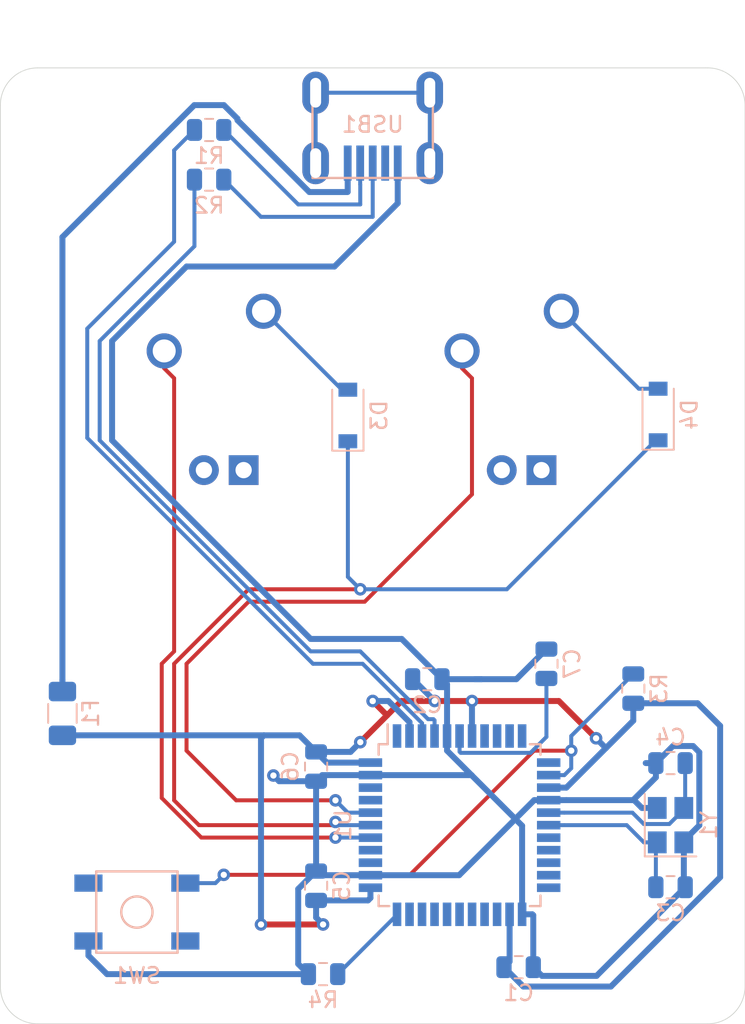
<source format=kicad_pcb>
(kicad_pcb (version 20171130) (host pcbnew "(5.1.4)-1")

  (general
    (thickness 1.6)
    (drawings 8)
    (tracks 228)
    (zones 0)
    (modules 20)
    (nets 43)
  )

  (page A4)
  (layers
    (0 F.Cu signal)
    (31 B.Cu signal)
    (32 B.Adhes user)
    (33 F.Adhes user)
    (34 B.Paste user)
    (35 F.Paste user)
    (36 B.SilkS user)
    (37 F.SilkS user)
    (38 B.Mask user)
    (39 F.Mask user)
    (40 Dwgs.User user)
    (41 Cmts.User user)
    (42 Eco1.User user)
    (43 Eco2.User user)
    (44 Edge.Cuts user)
    (45 Margin user)
    (46 B.CrtYd user)
    (47 F.CrtYd user)
    (48 B.Fab user)
    (49 F.Fab user)
  )

  (setup
    (last_trace_width 0.254)
    (trace_clearance 0.2)
    (zone_clearance 0.508)
    (zone_45_only no)
    (trace_min 0.2)
    (via_size 0.8)
    (via_drill 0.4)
    (via_min_size 0.4)
    (via_min_drill 0.3)
    (uvia_size 0.3)
    (uvia_drill 0.1)
    (uvias_allowed no)
    (uvia_min_size 0.2)
    (uvia_min_drill 0.1)
    (edge_width 0.05)
    (segment_width 0.2)
    (pcb_text_width 0.3)
    (pcb_text_size 1.5 1.5)
    (mod_edge_width 0.12)
    (mod_text_size 1 1)
    (mod_text_width 0.15)
    (pad_size 1.524 1.524)
    (pad_drill 0.762)
    (pad_to_mask_clearance 0.051)
    (solder_mask_min_width 0.25)
    (aux_axis_origin 0 0)
    (grid_origin 174.625 86.51875)
    (visible_elements 7FFFFFFF)
    (pcbplotparams
      (layerselection 0x010fc_ffffffff)
      (usegerberextensions false)
      (usegerberattributes false)
      (usegerberadvancedattributes false)
      (creategerberjobfile false)
      (excludeedgelayer true)
      (linewidth 0.100000)
      (plotframeref false)
      (viasonmask false)
      (mode 1)
      (useauxorigin false)
      (hpglpennumber 1)
      (hpglpenspeed 20)
      (hpglpendiameter 15.000000)
      (psnegative false)
      (psa4output false)
      (plotreference true)
      (plotvalue true)
      (plotinvisibletext false)
      (padsonsilk false)
      (subtractmaskfromsilk false)
      (outputformat 1)
      (mirror false)
      (drillshape 1)
      (scaleselection 1)
      (outputdirectory ""))
  )

  (net 0 "")
  (net 1 GND)
  (net 2 +5V)
  (net 3 "Net-(C3-Pad1)")
  (net 4 "Net-(C4-Pad1)")
  (net 5 "Net-(C7-Pad1)")
  (net 6 ROW0)
  (net 7 VCC)
  (net 8 COL0)
  (net 9 COL1)
  (net 10 D-)
  (net 11 "Net-(R1-Pad1)")
  (net 12 D+)
  (net 13 "Net-(R2-Pad1)")
  (net 14 "Net-(R3-Pad2)")
  (net 15 "Net-(R4-Pad2)")
  (net 16 "Net-(U1-Pad42)")
  (net 17 "Net-(U1-Pad41)")
  (net 18 "Net-(U1-Pad37)")
  (net 19 "Net-(U1-Pad36)")
  (net 20 "Net-(U1-Pad32)")
  (net 21 "Net-(U1-Pad31)")
  (net 22 "Net-(U1-Pad30)")
  (net 23 "Net-(U1-Pad29)")
  (net 24 "Net-(U1-Pad28)")
  (net 25 "Net-(U1-Pad27)")
  (net 26 "Net-(U1-Pad26)")
  (net 27 "Net-(U1-Pad25)")
  (net 28 "Net-(U1-Pad22)")
  (net 29 "Net-(U1-Pad21)")
  (net 30 "Net-(U1-Pad20)")
  (net 31 "Net-(U1-Pad19)")
  (net 32 "Net-(U1-Pad18)")
  (net 33 "Net-(U1-Pad12)")
  (net 34 "Net-(U1-Pad11)")
  (net 35 "Net-(U1-Pad10)")
  (net 36 "Net-(U1-Pad9)")
  (net 37 "Net-(U1-Pad8)")
  (net 38 "Net-(U1-Pad1)")
  (net 39 "Net-(USB1-Pad6)")
  (net 40 "Net-(USB1-Pad2)")
  (net 41 "Net-(D3-Pad2)")
  (net 42 "Net-(D4-Pad2)")

  (net_class Default "This is the default net class."
    (clearance 0.2)
    (trace_width 0.254)
    (via_dia 0.8)
    (via_drill 0.4)
    (uvia_dia 0.3)
    (uvia_drill 0.1)
    (add_net COL0)
    (add_net COL1)
    (add_net D+)
    (add_net D-)
    (add_net "Net-(C3-Pad1)")
    (add_net "Net-(C4-Pad1)")
    (add_net "Net-(C7-Pad1)")
    (add_net "Net-(D3-Pad2)")
    (add_net "Net-(D4-Pad2)")
    (add_net "Net-(R1-Pad1)")
    (add_net "Net-(R2-Pad1)")
    (add_net "Net-(R3-Pad2)")
    (add_net "Net-(R4-Pad2)")
    (add_net "Net-(U1-Pad1)")
    (add_net "Net-(U1-Pad10)")
    (add_net "Net-(U1-Pad11)")
    (add_net "Net-(U1-Pad12)")
    (add_net "Net-(U1-Pad18)")
    (add_net "Net-(U1-Pad19)")
    (add_net "Net-(U1-Pad20)")
    (add_net "Net-(U1-Pad21)")
    (add_net "Net-(U1-Pad22)")
    (add_net "Net-(U1-Pad25)")
    (add_net "Net-(U1-Pad26)")
    (add_net "Net-(U1-Pad27)")
    (add_net "Net-(U1-Pad28)")
    (add_net "Net-(U1-Pad29)")
    (add_net "Net-(U1-Pad30)")
    (add_net "Net-(U1-Pad31)")
    (add_net "Net-(U1-Pad32)")
    (add_net "Net-(U1-Pad36)")
    (add_net "Net-(U1-Pad37)")
    (add_net "Net-(U1-Pad41)")
    (add_net "Net-(U1-Pad42)")
    (add_net "Net-(U1-Pad8)")
    (add_net "Net-(U1-Pad9)")
    (add_net "Net-(USB1-Pad2)")
    (add_net "Net-(USB1-Pad6)")
    (add_net ROW0)
  )

  (net_class Power ""
    (clearance 0.2)
    (trace_width 0.381)
    (via_dia 0.8)
    (via_drill 0.4)
    (uvia_dia 0.3)
    (uvia_drill 0.1)
    (add_net +5V)
    (add_net GND)
    (add_net VCC)
  )

  (module Diode_SMD:D_SOD-123 (layer B.Cu) (tedit 58645DC7) (tstamp 63C519AF)
    (at 169.06875 70.64375 90)
    (descr SOD-123)
    (tags SOD-123)
    (path /63D31CE6)
    (attr smd)
    (fp_text reference D3 (at 0 2 270) (layer B.SilkS)
      (effects (font (size 1 1) (thickness 0.15)) (justify mirror))
    )
    (fp_text value D_Small (at 0 -2.1 270) (layer B.Fab)
      (effects (font (size 1 1) (thickness 0.15)) (justify mirror))
    )
    (fp_line (start -2.25 1) (end 1.65 1) (layer B.SilkS) (width 0.12))
    (fp_line (start -2.25 -1) (end 1.65 -1) (layer B.SilkS) (width 0.12))
    (fp_line (start -2.35 1.15) (end -2.35 -1.15) (layer B.CrtYd) (width 0.05))
    (fp_line (start 2.35 -1.15) (end -2.35 -1.15) (layer B.CrtYd) (width 0.05))
    (fp_line (start 2.35 1.15) (end 2.35 -1.15) (layer B.CrtYd) (width 0.05))
    (fp_line (start -2.35 1.15) (end 2.35 1.15) (layer B.CrtYd) (width 0.05))
    (fp_line (start -1.4 0.9) (end 1.4 0.9) (layer B.Fab) (width 0.1))
    (fp_line (start 1.4 0.9) (end 1.4 -0.9) (layer B.Fab) (width 0.1))
    (fp_line (start 1.4 -0.9) (end -1.4 -0.9) (layer B.Fab) (width 0.1))
    (fp_line (start -1.4 -0.9) (end -1.4 0.9) (layer B.Fab) (width 0.1))
    (fp_line (start -0.75 0) (end -0.35 0) (layer B.Fab) (width 0.1))
    (fp_line (start -0.35 0) (end -0.35 0.55) (layer B.Fab) (width 0.1))
    (fp_line (start -0.35 0) (end -0.35 -0.55) (layer B.Fab) (width 0.1))
    (fp_line (start -0.35 0) (end 0.25 0.4) (layer B.Fab) (width 0.1))
    (fp_line (start 0.25 0.4) (end 0.25 -0.4) (layer B.Fab) (width 0.1))
    (fp_line (start 0.25 -0.4) (end -0.35 0) (layer B.Fab) (width 0.1))
    (fp_line (start 0.25 0) (end 0.75 0) (layer B.Fab) (width 0.1))
    (fp_line (start -2.25 1) (end -2.25 -1) (layer B.SilkS) (width 0.12))
    (fp_text user %R (at 0 2 270) (layer B.Fab)
      (effects (font (size 1 1) (thickness 0.15)) (justify mirror))
    )
    (pad 2 smd rect (at 1.65 0 90) (size 0.9 1.2) (layers B.Cu B.Paste B.Mask)
      (net 41 "Net-(D3-Pad2)"))
    (pad 1 smd rect (at -1.65 0 90) (size 0.9 1.2) (layers B.Cu B.Paste B.Mask)
      (net 6 ROW0))
    (model ${KISYS3DMOD}/Diode_SMD.3dshapes/D_SOD-123.wrl
      (at (xyz 0 0 0))
      (scale (xyz 1 1 1))
      (rotate (xyz 0 0 0))
    )
  )

  (module Diode_SMD:D_SOD-123 (layer B.Cu) (tedit 58645DC7) (tstamp 63C519C8)
    (at 188.9125 70.58125 90)
    (descr SOD-123)
    (tags SOD-123)
    (path /63D2F678)
    (attr smd)
    (fp_text reference D4 (at 0 2 270) (layer B.SilkS)
      (effects (font (size 1 1) (thickness 0.15)) (justify mirror))
    )
    (fp_text value D_Small (at 0 -2.1 270) (layer B.Fab)
      (effects (font (size 1 1) (thickness 0.15)) (justify mirror))
    )
    (fp_line (start -2.25 1) (end 1.65 1) (layer B.SilkS) (width 0.12))
    (fp_line (start -2.25 -1) (end 1.65 -1) (layer B.SilkS) (width 0.12))
    (fp_line (start -2.35 1.15) (end -2.35 -1.15) (layer B.CrtYd) (width 0.05))
    (fp_line (start 2.35 -1.15) (end -2.35 -1.15) (layer B.CrtYd) (width 0.05))
    (fp_line (start 2.35 1.15) (end 2.35 -1.15) (layer B.CrtYd) (width 0.05))
    (fp_line (start -2.35 1.15) (end 2.35 1.15) (layer B.CrtYd) (width 0.05))
    (fp_line (start -1.4 0.9) (end 1.4 0.9) (layer B.Fab) (width 0.1))
    (fp_line (start 1.4 0.9) (end 1.4 -0.9) (layer B.Fab) (width 0.1))
    (fp_line (start 1.4 -0.9) (end -1.4 -0.9) (layer B.Fab) (width 0.1))
    (fp_line (start -1.4 -0.9) (end -1.4 0.9) (layer B.Fab) (width 0.1))
    (fp_line (start -0.75 0) (end -0.35 0) (layer B.Fab) (width 0.1))
    (fp_line (start -0.35 0) (end -0.35 0.55) (layer B.Fab) (width 0.1))
    (fp_line (start -0.35 0) (end -0.35 -0.55) (layer B.Fab) (width 0.1))
    (fp_line (start -0.35 0) (end 0.25 0.4) (layer B.Fab) (width 0.1))
    (fp_line (start 0.25 0.4) (end 0.25 -0.4) (layer B.Fab) (width 0.1))
    (fp_line (start 0.25 -0.4) (end -0.35 0) (layer B.Fab) (width 0.1))
    (fp_line (start 0.25 0) (end 0.75 0) (layer B.Fab) (width 0.1))
    (fp_line (start -2.25 1) (end -2.25 -1) (layer B.SilkS) (width 0.12))
    (fp_text user %R (at 0 2 270) (layer B.Fab)
      (effects (font (size 1 1) (thickness 0.15)) (justify mirror))
    )
    (pad 2 smd rect (at 1.65 0 90) (size 0.9 1.2) (layers B.Cu B.Paste B.Mask)
      (net 42 "Net-(D4-Pad2)"))
    (pad 1 smd rect (at -1.65 0 90) (size 0.9 1.2) (layers B.Cu B.Paste B.Mask)
      (net 6 ROW0))
    (model ${KISYS3DMOD}/Diode_SMD.3dshapes/D_SOD-123.wrl
      (at (xyz 0 0 0))
      (scale (xyz 1 1 1))
      (rotate (xyz 0 0 0))
    )
  )

  (module MX_Only:MXOnly-1U (layer F.Cu) (tedit 5AC9901D) (tstamp 63C5132B)
    (at 180.18125 69.05625)
    (path /63D2F66E)
    (fp_text reference MX4 (at 0 3.175) (layer Dwgs.User)
      (effects (font (size 1 1) (thickness 0.15)))
    )
    (fp_text value MX-NoLED (at 0 -7.9375) (layer Dwgs.User)
      (effects (font (size 1 1) (thickness 0.15)))
    )
    (fp_line (start -9.525 9.525) (end -9.525 -9.525) (layer Dwgs.User) (width 0.15))
    (fp_line (start 9.525 9.525) (end -9.525 9.525) (layer Dwgs.User) (width 0.15))
    (fp_line (start 9.525 -9.525) (end 9.525 9.525) (layer Dwgs.User) (width 0.15))
    (fp_line (start -9.525 -9.525) (end 9.525 -9.525) (layer Dwgs.User) (width 0.15))
    (fp_line (start -7 -7) (end -7 -5) (layer Dwgs.User) (width 0.15))
    (fp_line (start -5 -7) (end -7 -7) (layer Dwgs.User) (width 0.15))
    (fp_line (start -7 7) (end -5 7) (layer Dwgs.User) (width 0.15))
    (fp_line (start -7 5) (end -7 7) (layer Dwgs.User) (width 0.15))
    (fp_line (start 7 7) (end 7 5) (layer Dwgs.User) (width 0.15))
    (fp_line (start 5 7) (end 7 7) (layer Dwgs.User) (width 0.15))
    (fp_line (start 7 -7) (end 7 -5) (layer Dwgs.User) (width 0.15))
    (fp_line (start 5 -7) (end 7 -7) (layer Dwgs.User) (width 0.15))
    (pad "" np_thru_hole circle (at 5.08 0 48.0996) (size 1.75 1.75) (drill 1.75) (layers *.Cu *.Mask))
    (pad "" np_thru_hole circle (at -5.08 0 48.0996) (size 1.75 1.75) (drill 1.75) (layers *.Cu *.Mask))
    (pad 4 thru_hole rect (at 1.27 5.08) (size 1.905 1.905) (drill 1.04) (layers *.Cu B.Mask))
    (pad 3 thru_hole circle (at -1.27 5.08) (size 1.905 1.905) (drill 1.04) (layers *.Cu B.Mask))
    (pad 1 thru_hole circle (at -3.81 -2.54) (size 2.25 2.25) (drill 1.47) (layers *.Cu B.Mask)
      (net 9 COL1))
    (pad "" np_thru_hole circle (at 0 0) (size 3.9878 3.9878) (drill 3.9878) (layers *.Cu *.Mask))
    (pad 2 thru_hole circle (at 2.54 -5.08) (size 2.25 2.25) (drill 1.47) (layers *.Cu B.Mask)
      (net 42 "Net-(D4-Pad2)"))
  )

  (module MX_Only:MXOnly-1U (layer F.Cu) (tedit 5AC9901D) (tstamp 63C51314)
    (at 161.13125 69.05625)
    (path /63D31CDC)
    (fp_text reference MX3 (at 0 3.175) (layer Dwgs.User)
      (effects (font (size 1 1) (thickness 0.15)))
    )
    (fp_text value MX-NoLED (at 0 -7.9375) (layer Dwgs.User)
      (effects (font (size 1 1) (thickness 0.15)))
    )
    (fp_line (start -9.525 9.525) (end -9.525 -9.525) (layer Dwgs.User) (width 0.15))
    (fp_line (start 9.525 9.525) (end -9.525 9.525) (layer Dwgs.User) (width 0.15))
    (fp_line (start 9.525 -9.525) (end 9.525 9.525) (layer Dwgs.User) (width 0.15))
    (fp_line (start -9.525 -9.525) (end 9.525 -9.525) (layer Dwgs.User) (width 0.15))
    (fp_line (start -7 -7) (end -7 -5) (layer Dwgs.User) (width 0.15))
    (fp_line (start -5 -7) (end -7 -7) (layer Dwgs.User) (width 0.15))
    (fp_line (start -7 7) (end -5 7) (layer Dwgs.User) (width 0.15))
    (fp_line (start -7 5) (end -7 7) (layer Dwgs.User) (width 0.15))
    (fp_line (start 7 7) (end 7 5) (layer Dwgs.User) (width 0.15))
    (fp_line (start 5 7) (end 7 7) (layer Dwgs.User) (width 0.15))
    (fp_line (start 7 -7) (end 7 -5) (layer Dwgs.User) (width 0.15))
    (fp_line (start 5 -7) (end 7 -7) (layer Dwgs.User) (width 0.15))
    (pad "" np_thru_hole circle (at 5.08 0 48.0996) (size 1.75 1.75) (drill 1.75) (layers *.Cu *.Mask))
    (pad "" np_thru_hole circle (at -5.08 0 48.0996) (size 1.75 1.75) (drill 1.75) (layers *.Cu *.Mask))
    (pad 4 thru_hole rect (at 1.27 5.08) (size 1.905 1.905) (drill 1.04) (layers *.Cu B.Mask))
    (pad 3 thru_hole circle (at -1.27 5.08) (size 1.905 1.905) (drill 1.04) (layers *.Cu B.Mask))
    (pad 1 thru_hole circle (at -3.81 -2.54) (size 2.25 2.25) (drill 1.47) (layers *.Cu B.Mask)
      (net 8 COL0))
    (pad "" np_thru_hole circle (at 0 0) (size 3.9878 3.9878) (drill 3.9878) (layers *.Cu *.Mask))
    (pad 2 thru_hole circle (at 2.54 -5.08) (size 2.25 2.25) (drill 1.47) (layers *.Cu B.Mask)
      (net 41 "Net-(D3-Pad2)"))
  )

  (module Crystal:Crystal_SMD_3225-4Pin_3.2x2.5mm (layer B.Cu) (tedit 5A0FD1B2) (tstamp 63C4AD5E)
    (at 189.70625 96.8375 90)
    (descr "SMD Crystal SERIES SMD3225/4 http://www.txccrystal.com/images/pdf/7m-accuracy.pdf, 3.2x2.5mm^2 package")
    (tags "SMD SMT crystal")
    (path /63CCAA23)
    (attr smd)
    (fp_text reference Y1 (at 0 2.45 90) (layer B.SilkS)
      (effects (font (size 1 1) (thickness 0.15)) (justify mirror))
    )
    (fp_text value 16MHz (at 0 -2.45 90) (layer B.Fab)
      (effects (font (size 1 1) (thickness 0.15)) (justify mirror))
    )
    (fp_line (start 2.1 1.7) (end -2.1 1.7) (layer B.CrtYd) (width 0.05))
    (fp_line (start 2.1 -1.7) (end 2.1 1.7) (layer B.CrtYd) (width 0.05))
    (fp_line (start -2.1 -1.7) (end 2.1 -1.7) (layer B.CrtYd) (width 0.05))
    (fp_line (start -2.1 1.7) (end -2.1 -1.7) (layer B.CrtYd) (width 0.05))
    (fp_line (start -2 -1.65) (end 2 -1.65) (layer B.SilkS) (width 0.12))
    (fp_line (start -2 1.65) (end -2 -1.65) (layer B.SilkS) (width 0.12))
    (fp_line (start -1.6 -0.25) (end -0.6 -1.25) (layer B.Fab) (width 0.1))
    (fp_line (start 1.6 1.25) (end -1.6 1.25) (layer B.Fab) (width 0.1))
    (fp_line (start 1.6 -1.25) (end 1.6 1.25) (layer B.Fab) (width 0.1))
    (fp_line (start -1.6 -1.25) (end 1.6 -1.25) (layer B.Fab) (width 0.1))
    (fp_line (start -1.6 1.25) (end -1.6 -1.25) (layer B.Fab) (width 0.1))
    (fp_text user %R (at 0 0 90) (layer B.Fab)
      (effects (font (size 0.7 0.7) (thickness 0.105)) (justify mirror))
    )
    (pad 4 smd rect (at -1.1 0.85 90) (size 1.4 1.2) (layers B.Cu B.Paste B.Mask)
      (net 1 GND))
    (pad 3 smd rect (at 1.1 0.85 90) (size 1.4 1.2) (layers B.Cu B.Paste B.Mask)
      (net 4 "Net-(C4-Pad1)"))
    (pad 2 smd rect (at 1.1 -0.85 90) (size 1.4 1.2) (layers B.Cu B.Paste B.Mask)
      (net 1 GND))
    (pad 1 smd rect (at -1.1 -0.85 90) (size 1.4 1.2) (layers B.Cu B.Paste B.Mask)
      (net 3 "Net-(C3-Pad1)"))
    (model ${KISYS3DMOD}/Crystal.3dshapes/Crystal_SMD_3225-4Pin_3.2x2.5mm.wrl
      (at (xyz 0 0 0))
      (scale (xyz 1 1 1))
      (rotate (xyz 0 0 0))
    )
  )

  (module random-keyboard-parts:Molex-0548190589 (layer B.Cu) (tedit 5C494815) (tstamp 63C4AD4A)
    (at 170.65625 50.00625 270)
    (path /63CE0F7D)
    (attr smd)
    (fp_text reference USB1 (at 2.032 0) (layer B.SilkS)
      (effects (font (size 1 1) (thickness 0.15)) (justify mirror))
    )
    (fp_text value Molex-0548190589 (at -5.08 0) (layer Dwgs.User)
      (effects (font (size 1 1) (thickness 0.15)))
    )
    (fp_text user %R (at 2 0) (layer B.CrtYd)
      (effects (font (size 1 1) (thickness 0.15)) (justify mirror))
    )
    (fp_line (start 3.25 1.25) (end 5.5 1.25) (layer B.CrtYd) (width 0.15))
    (fp_line (start 5.5 0.5) (end 3.25 0.5) (layer B.CrtYd) (width 0.15))
    (fp_line (start 3.25 -0.5) (end 5.5 -0.5) (layer B.CrtYd) (width 0.15))
    (fp_line (start 5.5 -1.25) (end 3.25 -1.25) (layer B.CrtYd) (width 0.15))
    (fp_line (start 3.25 -2) (end 5.5 -2) (layer B.CrtYd) (width 0.15))
    (fp_line (start 3.25 2) (end 3.25 -2) (layer B.CrtYd) (width 0.15))
    (fp_line (start 5.5 2) (end 3.25 2) (layer B.CrtYd) (width 0.15))
    (fp_line (start -3.75 -3.75) (end -3.75 3.75) (layer B.CrtYd) (width 0.15))
    (fp_line (start 5.5 -3.75) (end -3.75 -3.75) (layer B.CrtYd) (width 0.15))
    (fp_line (start 5.5 3.75) (end 5.5 -3.75) (layer B.CrtYd) (width 0.15))
    (fp_line (start -3.75 3.75) (end 5.5 3.75) (layer B.CrtYd) (width 0.15))
    (fp_line (start 0 3.85) (end 5.45 3.85) (layer B.SilkS) (width 0.15))
    (fp_line (start 0 -3.85) (end 5.45 -3.85) (layer B.SilkS) (width 0.15))
    (fp_line (start 5.45 3.85) (end 5.45 -3.85) (layer B.SilkS) (width 0.15))
    (fp_line (start -3.75 3.85) (end 0 3.85) (layer Dwgs.User) (width 0.15))
    (fp_line (start -3.75 -3.85) (end 0 -3.85) (layer Dwgs.User) (width 0.15))
    (fp_line (start -1.75 4.572) (end -1.75 -4.572) (layer Dwgs.User) (width 0.15))
    (fp_line (start -3.75 3.85) (end -3.75 -3.85) (layer Dwgs.User) (width 0.15))
    (pad 6 thru_hole oval (at 0 3.65 270) (size 2.7 1.7) (drill oval 1.9 0.7) (layers *.Cu *.Mask)
      (net 39 "Net-(USB1-Pad6)"))
    (pad 6 thru_hole oval (at 0 -3.65 270) (size 2.7 1.7) (drill oval 1.9 0.7) (layers *.Cu *.Mask)
      (net 39 "Net-(USB1-Pad6)"))
    (pad 6 thru_hole oval (at 4.5 -3.65 270) (size 2.7 1.7) (drill oval 1.9 0.7) (layers *.Cu *.Mask)
      (net 39 "Net-(USB1-Pad6)"))
    (pad 6 thru_hole oval (at 4.5 3.65 270) (size 2.7 1.7) (drill oval 1.9 0.7) (layers *.Cu *.Mask)
      (net 39 "Net-(USB1-Pad6)"))
    (pad 5 smd rect (at 4.5 1.6 270) (size 2.25 0.5) (layers B.Cu B.Paste B.Mask)
      (net 7 VCC))
    (pad 4 smd rect (at 4.5 0.8 270) (size 2.25 0.5) (layers B.Cu B.Paste B.Mask)
      (net 10 D-))
    (pad 3 smd rect (at 4.5 0 270) (size 2.25 0.5) (layers B.Cu B.Paste B.Mask)
      (net 12 D+))
    (pad 2 smd rect (at 4.5 -0.8 270) (size 2.25 0.5) (layers B.Cu B.Paste B.Mask)
      (net 40 "Net-(USB1-Pad2)"))
    (pad 1 smd rect (at 4.5 -1.6 270) (size 2.25 0.5) (layers B.Cu B.Paste B.Mask)
      (net 1 GND))
  )

  (module Package_QFP:TQFP-44_10x10mm_P0.8mm (layer B.Cu) (tedit 5A02F146) (tstamp 63C4AD2A)
    (at 176.2125 96.8375 270)
    (descr "44-Lead Plastic Thin Quad Flatpack (PT) - 10x10x1.0 mm Body [TQFP] (see Microchip Packaging Specification 00000049BS.pdf)")
    (tags "QFP 0.8")
    (path /63C44DE2)
    (attr smd)
    (fp_text reference U1 (at 0 7.45 90) (layer B.SilkS)
      (effects (font (size 1 1) (thickness 0.15)) (justify mirror))
    )
    (fp_text value ATmega32U4-AU (at 0 -7.45 90) (layer B.Fab)
      (effects (font (size 1 1) (thickness 0.15)) (justify mirror))
    )
    (fp_line (start -5.175 4.6) (end -6.45 4.6) (layer B.SilkS) (width 0.15))
    (fp_line (start 5.175 5.175) (end 4.5 5.175) (layer B.SilkS) (width 0.15))
    (fp_line (start 5.175 -5.175) (end 4.5 -5.175) (layer B.SilkS) (width 0.15))
    (fp_line (start -5.175 -5.175) (end -4.5 -5.175) (layer B.SilkS) (width 0.15))
    (fp_line (start -5.175 5.175) (end -4.5 5.175) (layer B.SilkS) (width 0.15))
    (fp_line (start -5.175 -5.175) (end -5.175 -4.5) (layer B.SilkS) (width 0.15))
    (fp_line (start 5.175 -5.175) (end 5.175 -4.5) (layer B.SilkS) (width 0.15))
    (fp_line (start 5.175 5.175) (end 5.175 4.5) (layer B.SilkS) (width 0.15))
    (fp_line (start -5.175 5.175) (end -5.175 4.6) (layer B.SilkS) (width 0.15))
    (fp_line (start -6.7 -6.7) (end 6.7 -6.7) (layer B.CrtYd) (width 0.05))
    (fp_line (start -6.7 6.7) (end 6.7 6.7) (layer B.CrtYd) (width 0.05))
    (fp_line (start 6.7 6.7) (end 6.7 -6.7) (layer B.CrtYd) (width 0.05))
    (fp_line (start -6.7 6.7) (end -6.7 -6.7) (layer B.CrtYd) (width 0.05))
    (fp_line (start -5 4) (end -4 5) (layer B.Fab) (width 0.15))
    (fp_line (start -5 -5) (end -5 4) (layer B.Fab) (width 0.15))
    (fp_line (start 5 -5) (end -5 -5) (layer B.Fab) (width 0.15))
    (fp_line (start 5 5) (end 5 -5) (layer B.Fab) (width 0.15))
    (fp_line (start -4 5) (end 5 5) (layer B.Fab) (width 0.15))
    (fp_text user %R (at 0 0 90) (layer B.Fab)
      (effects (font (size 1 1) (thickness 0.15)) (justify mirror))
    )
    (pad 44 smd rect (at -4 5.7 180) (size 1.5 0.55) (layers B.Cu B.Paste B.Mask)
      (net 2 +5V))
    (pad 43 smd rect (at -3.2 5.7 180) (size 1.5 0.55) (layers B.Cu B.Paste B.Mask)
      (net 1 GND))
    (pad 42 smd rect (at -2.4 5.7 180) (size 1.5 0.55) (layers B.Cu B.Paste B.Mask)
      (net 16 "Net-(U1-Pad42)"))
    (pad 41 smd rect (at -1.6 5.7 180) (size 1.5 0.55) (layers B.Cu B.Paste B.Mask)
      (net 17 "Net-(U1-Pad41)"))
    (pad 40 smd rect (at -0.8 5.7 180) (size 1.5 0.55) (layers B.Cu B.Paste B.Mask)
      (net 9 COL1))
    (pad 39 smd rect (at 0 5.7 180) (size 1.5 0.55) (layers B.Cu B.Paste B.Mask)
      (net 6 ROW0))
    (pad 38 smd rect (at 0.8 5.7 180) (size 1.5 0.55) (layers B.Cu B.Paste B.Mask)
      (net 8 COL0))
    (pad 37 smd rect (at 1.6 5.7 180) (size 1.5 0.55) (layers B.Cu B.Paste B.Mask)
      (net 18 "Net-(U1-Pad37)"))
    (pad 36 smd rect (at 2.4 5.7 180) (size 1.5 0.55) (layers B.Cu B.Paste B.Mask)
      (net 19 "Net-(U1-Pad36)"))
    (pad 35 smd rect (at 3.2 5.7 180) (size 1.5 0.55) (layers B.Cu B.Paste B.Mask)
      (net 1 GND))
    (pad 34 smd rect (at 4 5.7 180) (size 1.5 0.55) (layers B.Cu B.Paste B.Mask)
      (net 2 +5V))
    (pad 33 smd rect (at 5.7 4 270) (size 1.5 0.55) (layers B.Cu B.Paste B.Mask)
      (net 15 "Net-(R4-Pad2)"))
    (pad 32 smd rect (at 5.7 3.2 270) (size 1.5 0.55) (layers B.Cu B.Paste B.Mask)
      (net 20 "Net-(U1-Pad32)"))
    (pad 31 smd rect (at 5.7 2.4 270) (size 1.5 0.55) (layers B.Cu B.Paste B.Mask)
      (net 21 "Net-(U1-Pad31)"))
    (pad 30 smd rect (at 5.7 1.6 270) (size 1.5 0.55) (layers B.Cu B.Paste B.Mask)
      (net 22 "Net-(U1-Pad30)"))
    (pad 29 smd rect (at 5.7 0.8 270) (size 1.5 0.55) (layers B.Cu B.Paste B.Mask)
      (net 23 "Net-(U1-Pad29)"))
    (pad 28 smd rect (at 5.7 0 270) (size 1.5 0.55) (layers B.Cu B.Paste B.Mask)
      (net 24 "Net-(U1-Pad28)"))
    (pad 27 smd rect (at 5.7 -0.8 270) (size 1.5 0.55) (layers B.Cu B.Paste B.Mask)
      (net 25 "Net-(U1-Pad27)"))
    (pad 26 smd rect (at 5.7 -1.6 270) (size 1.5 0.55) (layers B.Cu B.Paste B.Mask)
      (net 26 "Net-(U1-Pad26)"))
    (pad 25 smd rect (at 5.7 -2.4 270) (size 1.5 0.55) (layers B.Cu B.Paste B.Mask)
      (net 27 "Net-(U1-Pad25)"))
    (pad 24 smd rect (at 5.7 -3.2 270) (size 1.5 0.55) (layers B.Cu B.Paste B.Mask)
      (net 2 +5V))
    (pad 23 smd rect (at 5.7 -4 270) (size 1.5 0.55) (layers B.Cu B.Paste B.Mask)
      (net 1 GND))
    (pad 22 smd rect (at 4 -5.7 180) (size 1.5 0.55) (layers B.Cu B.Paste B.Mask)
      (net 28 "Net-(U1-Pad22)"))
    (pad 21 smd rect (at 3.2 -5.7 180) (size 1.5 0.55) (layers B.Cu B.Paste B.Mask)
      (net 29 "Net-(U1-Pad21)"))
    (pad 20 smd rect (at 2.4 -5.7 180) (size 1.5 0.55) (layers B.Cu B.Paste B.Mask)
      (net 30 "Net-(U1-Pad20)"))
    (pad 19 smd rect (at 1.6 -5.7 180) (size 1.5 0.55) (layers B.Cu B.Paste B.Mask)
      (net 31 "Net-(U1-Pad19)"))
    (pad 18 smd rect (at 0.8 -5.7 180) (size 1.5 0.55) (layers B.Cu B.Paste B.Mask)
      (net 32 "Net-(U1-Pad18)"))
    (pad 17 smd rect (at 0 -5.7 180) (size 1.5 0.55) (layers B.Cu B.Paste B.Mask)
      (net 3 "Net-(C3-Pad1)"))
    (pad 16 smd rect (at -0.8 -5.7 180) (size 1.5 0.55) (layers B.Cu B.Paste B.Mask)
      (net 4 "Net-(C4-Pad1)"))
    (pad 15 smd rect (at -1.6 -5.7 180) (size 1.5 0.55) (layers B.Cu B.Paste B.Mask)
      (net 1 GND))
    (pad 14 smd rect (at -2.4 -5.7 180) (size 1.5 0.55) (layers B.Cu B.Paste B.Mask)
      (net 2 +5V))
    (pad 13 smd rect (at -3.2 -5.7 180) (size 1.5 0.55) (layers B.Cu B.Paste B.Mask)
      (net 14 "Net-(R3-Pad2)"))
    (pad 12 smd rect (at -4 -5.7 180) (size 1.5 0.55) (layers B.Cu B.Paste B.Mask)
      (net 33 "Net-(U1-Pad12)"))
    (pad 11 smd rect (at -5.7 -4 270) (size 1.5 0.55) (layers B.Cu B.Paste B.Mask)
      (net 34 "Net-(U1-Pad11)"))
    (pad 10 smd rect (at -5.7 -3.2 270) (size 1.5 0.55) (layers B.Cu B.Paste B.Mask)
      (net 35 "Net-(U1-Pad10)"))
    (pad 9 smd rect (at -5.7 -2.4 270) (size 1.5 0.55) (layers B.Cu B.Paste B.Mask)
      (net 36 "Net-(U1-Pad9)"))
    (pad 8 smd rect (at -5.7 -1.6 270) (size 1.5 0.55) (layers B.Cu B.Paste B.Mask)
      (net 37 "Net-(U1-Pad8)"))
    (pad 7 smd rect (at -5.7 -0.8 270) (size 1.5 0.55) (layers B.Cu B.Paste B.Mask)
      (net 2 +5V))
    (pad 6 smd rect (at -5.7 0 270) (size 1.5 0.55) (layers B.Cu B.Paste B.Mask)
      (net 5 "Net-(C7-Pad1)"))
    (pad 5 smd rect (at -5.7 0.8 270) (size 1.5 0.55) (layers B.Cu B.Paste B.Mask)
      (net 1 GND))
    (pad 4 smd rect (at -5.7 1.6 270) (size 1.5 0.55) (layers B.Cu B.Paste B.Mask)
      (net 13 "Net-(R2-Pad1)"))
    (pad 3 smd rect (at -5.7 2.4 270) (size 1.5 0.55) (layers B.Cu B.Paste B.Mask)
      (net 11 "Net-(R1-Pad1)"))
    (pad 2 smd rect (at -5.7 3.2 270) (size 1.5 0.55) (layers B.Cu B.Paste B.Mask)
      (net 2 +5V))
    (pad 1 smd rect (at -5.7 4 270) (size 1.5 0.55) (layers B.Cu B.Paste B.Mask)
      (net 38 "Net-(U1-Pad1)"))
    (model ${KISYS3DMOD}/Package_QFP.3dshapes/TQFP-44_10x10mm_P0.8mm.wrl
      (at (xyz 0 0 0))
      (scale (xyz 1 1 1))
      (rotate (xyz 0 0 0))
    )
  )

  (module random-keyboard-parts:SKQG-1155865 (layer B.Cu) (tedit 5E62B398) (tstamp 63C4ACE7)
    (at 155.575 102.39375 180)
    (path /63CD5DE7)
    (attr smd)
    (fp_text reference SW1 (at 0 -4.064) (layer B.SilkS)
      (effects (font (size 1 1) (thickness 0.15)) (justify mirror))
    )
    (fp_text value SW_Push (at 0 4.064) (layer B.Fab)
      (effects (font (size 1 1) (thickness 0.15)) (justify mirror))
    )
    (fp_line (start -2.6 2.6) (end 2.6 2.6) (layer B.SilkS) (width 0.15))
    (fp_line (start 2.6 2.6) (end 2.6 -2.6) (layer B.SilkS) (width 0.15))
    (fp_line (start 2.6 -2.6) (end -2.6 -2.6) (layer B.SilkS) (width 0.15))
    (fp_line (start -2.6 -2.6) (end -2.6 2.6) (layer B.SilkS) (width 0.15))
    (fp_circle (center 0 0) (end 1 0) (layer B.SilkS) (width 0.15))
    (fp_line (start -4.2 2.6) (end 4.2 2.6) (layer B.Fab) (width 0.15))
    (fp_line (start 4.2 2.6) (end 4.2 1.2) (layer B.Fab) (width 0.15))
    (fp_line (start 4.2 1.1) (end 2.6 1.1) (layer B.Fab) (width 0.15))
    (fp_line (start 2.6 1.1) (end 2.6 -1.1) (layer B.Fab) (width 0.15))
    (fp_line (start 2.6 -1.1) (end 4.2 -1.1) (layer B.Fab) (width 0.15))
    (fp_line (start 4.2 -1.1) (end 4.2 -2.6) (layer B.Fab) (width 0.15))
    (fp_line (start 4.2 -2.6) (end -4.2 -2.6) (layer B.Fab) (width 0.15))
    (fp_line (start -4.2 -2.6) (end -4.2 -1.1) (layer B.Fab) (width 0.15))
    (fp_line (start -4.2 -1.1) (end -2.6 -1.1) (layer B.Fab) (width 0.15))
    (fp_line (start -2.6 -1.1) (end -2.6 1.1) (layer B.Fab) (width 0.15))
    (fp_line (start -2.6 1.1) (end -4.2 1.1) (layer B.Fab) (width 0.15))
    (fp_line (start -4.2 1.1) (end -4.2 2.6) (layer B.Fab) (width 0.15))
    (fp_circle (center 0 0) (end 1 0) (layer B.Fab) (width 0.15))
    (fp_line (start -2.6 1.1) (end -1.1 2.6) (layer B.Fab) (width 0.15))
    (fp_line (start 2.6 1.1) (end 1.1 2.6) (layer B.Fab) (width 0.15))
    (fp_line (start 2.6 -1.1) (end 1.1 -2.6) (layer B.Fab) (width 0.15))
    (fp_line (start -2.6 -1.1) (end -1.1 -2.6) (layer B.Fab) (width 0.15))
    (pad 4 smd rect (at -3.1 -1.85 180) (size 1.8 1.1) (layers B.Cu B.Paste B.Mask))
    (pad 3 smd rect (at 3.1 1.85 180) (size 1.8 1.1) (layers B.Cu B.Paste B.Mask))
    (pad 2 smd rect (at -3.1 1.85 180) (size 1.8 1.1) (layers B.Cu B.Paste B.Mask)
      (net 14 "Net-(R3-Pad2)"))
    (pad 1 smd rect (at 3.1 -1.85 180) (size 1.8 1.1) (layers B.Cu B.Paste B.Mask)
      (net 1 GND))
    (model ${KISYS3DMOD}/Button_Switch_SMD.3dshapes/SW_SPST_TL3342.step
      (at (xyz 0 0 0))
      (scale (xyz 1 1 1))
      (rotate (xyz 0 0 0))
    )
  )

  (module Resistor_SMD:R_0805_2012Metric (layer B.Cu) (tedit 5B36C52B) (tstamp 63C4ACC9)
    (at 167.48125 106.3625)
    (descr "Resistor SMD 0805 (2012 Metric), square (rectangular) end terminal, IPC_7351 nominal, (Body size source: https://docs.google.com/spreadsheets/d/1BsfQQcO9C6DZCsRaXUlFlo91Tg2WpOkGARC1WS5S8t0/edit?usp=sharing), generated with kicad-footprint-generator")
    (tags resistor)
    (path /63C4AB80)
    (attr smd)
    (fp_text reference R4 (at 0 1.65) (layer B.SilkS)
      (effects (font (size 1 1) (thickness 0.15)) (justify mirror))
    )
    (fp_text value 10k (at 0 -1.65) (layer B.Fab)
      (effects (font (size 1 1) (thickness 0.15)) (justify mirror))
    )
    (fp_text user %R (at 0 0) (layer B.Fab)
      (effects (font (size 0.5 0.5) (thickness 0.08)) (justify mirror))
    )
    (fp_line (start 1.68 -0.95) (end -1.68 -0.95) (layer B.CrtYd) (width 0.05))
    (fp_line (start 1.68 0.95) (end 1.68 -0.95) (layer B.CrtYd) (width 0.05))
    (fp_line (start -1.68 0.95) (end 1.68 0.95) (layer B.CrtYd) (width 0.05))
    (fp_line (start -1.68 -0.95) (end -1.68 0.95) (layer B.CrtYd) (width 0.05))
    (fp_line (start -0.258578 -0.71) (end 0.258578 -0.71) (layer B.SilkS) (width 0.12))
    (fp_line (start -0.258578 0.71) (end 0.258578 0.71) (layer B.SilkS) (width 0.12))
    (fp_line (start 1 -0.6) (end -1 -0.6) (layer B.Fab) (width 0.1))
    (fp_line (start 1 0.6) (end 1 -0.6) (layer B.Fab) (width 0.1))
    (fp_line (start -1 0.6) (end 1 0.6) (layer B.Fab) (width 0.1))
    (fp_line (start -1 -0.6) (end -1 0.6) (layer B.Fab) (width 0.1))
    (pad 2 smd roundrect (at 0.9375 0) (size 0.975 1.4) (layers B.Cu B.Paste B.Mask) (roundrect_rratio 0.25)
      (net 15 "Net-(R4-Pad2)"))
    (pad 1 smd roundrect (at -0.9375 0) (size 0.975 1.4) (layers B.Cu B.Paste B.Mask) (roundrect_rratio 0.25)
      (net 1 GND))
    (model ${KISYS3DMOD}/Resistor_SMD.3dshapes/R_0805_2012Metric.wrl
      (at (xyz 0 0 0))
      (scale (xyz 1 1 1))
      (rotate (xyz 0 0 0))
    )
  )

  (module Resistor_SMD:R_0805_2012Metric (layer B.Cu) (tedit 5B36C52B) (tstamp 63C4ACB8)
    (at 187.325 88.10625 90)
    (descr "Resistor SMD 0805 (2012 Metric), square (rectangular) end terminal, IPC_7351 nominal, (Body size source: https://docs.google.com/spreadsheets/d/1BsfQQcO9C6DZCsRaXUlFlo91Tg2WpOkGARC1WS5S8t0/edit?usp=sharing), generated with kicad-footprint-generator")
    (tags resistor)
    (path /63CD8872)
    (attr smd)
    (fp_text reference R3 (at 0 1.65 90) (layer B.SilkS)
      (effects (font (size 1 1) (thickness 0.15)) (justify mirror))
    )
    (fp_text value 10k (at 0 -1.65 90) (layer B.Fab)
      (effects (font (size 1 1) (thickness 0.15)) (justify mirror))
    )
    (fp_text user %R (at 0 0 90) (layer B.Fab)
      (effects (font (size 0.5 0.5) (thickness 0.08)) (justify mirror))
    )
    (fp_line (start 1.68 -0.95) (end -1.68 -0.95) (layer B.CrtYd) (width 0.05))
    (fp_line (start 1.68 0.95) (end 1.68 -0.95) (layer B.CrtYd) (width 0.05))
    (fp_line (start -1.68 0.95) (end 1.68 0.95) (layer B.CrtYd) (width 0.05))
    (fp_line (start -1.68 -0.95) (end -1.68 0.95) (layer B.CrtYd) (width 0.05))
    (fp_line (start -0.258578 -0.71) (end 0.258578 -0.71) (layer B.SilkS) (width 0.12))
    (fp_line (start -0.258578 0.71) (end 0.258578 0.71) (layer B.SilkS) (width 0.12))
    (fp_line (start 1 -0.6) (end -1 -0.6) (layer B.Fab) (width 0.1))
    (fp_line (start 1 0.6) (end 1 -0.6) (layer B.Fab) (width 0.1))
    (fp_line (start -1 0.6) (end 1 0.6) (layer B.Fab) (width 0.1))
    (fp_line (start -1 -0.6) (end -1 0.6) (layer B.Fab) (width 0.1))
    (pad 2 smd roundrect (at 0.9375 0 90) (size 0.975 1.4) (layers B.Cu B.Paste B.Mask) (roundrect_rratio 0.25)
      (net 14 "Net-(R3-Pad2)"))
    (pad 1 smd roundrect (at -0.9375 0 90) (size 0.975 1.4) (layers B.Cu B.Paste B.Mask) (roundrect_rratio 0.25)
      (net 2 +5V))
    (model ${KISYS3DMOD}/Resistor_SMD.3dshapes/R_0805_2012Metric.wrl
      (at (xyz 0 0 0))
      (scale (xyz 1 1 1))
      (rotate (xyz 0 0 0))
    )
  )

  (module Resistor_SMD:R_0805_2012Metric (layer B.Cu) (tedit 5B36C52B) (tstamp 63C4ACA7)
    (at 160.19375 55.5625)
    (descr "Resistor SMD 0805 (2012 Metric), square (rectangular) end terminal, IPC_7351 nominal, (Body size source: https://docs.google.com/spreadsheets/d/1BsfQQcO9C6DZCsRaXUlFlo91Tg2WpOkGARC1WS5S8t0/edit?usp=sharing), generated with kicad-footprint-generator")
    (tags resistor)
    (path /63C4FD77)
    (attr smd)
    (fp_text reference R2 (at 0 1.65) (layer B.SilkS)
      (effects (font (size 1 1) (thickness 0.15)) (justify mirror))
    )
    (fp_text value 22 (at 0 -1.65) (layer B.Fab)
      (effects (font (size 1 1) (thickness 0.15)) (justify mirror))
    )
    (fp_text user %R (at 0 0) (layer B.Fab)
      (effects (font (size 0.5 0.5) (thickness 0.08)) (justify mirror))
    )
    (fp_line (start 1.68 -0.95) (end -1.68 -0.95) (layer B.CrtYd) (width 0.05))
    (fp_line (start 1.68 0.95) (end 1.68 -0.95) (layer B.CrtYd) (width 0.05))
    (fp_line (start -1.68 0.95) (end 1.68 0.95) (layer B.CrtYd) (width 0.05))
    (fp_line (start -1.68 -0.95) (end -1.68 0.95) (layer B.CrtYd) (width 0.05))
    (fp_line (start -0.258578 -0.71) (end 0.258578 -0.71) (layer B.SilkS) (width 0.12))
    (fp_line (start -0.258578 0.71) (end 0.258578 0.71) (layer B.SilkS) (width 0.12))
    (fp_line (start 1 -0.6) (end -1 -0.6) (layer B.Fab) (width 0.1))
    (fp_line (start 1 0.6) (end 1 -0.6) (layer B.Fab) (width 0.1))
    (fp_line (start -1 0.6) (end 1 0.6) (layer B.Fab) (width 0.1))
    (fp_line (start -1 -0.6) (end -1 0.6) (layer B.Fab) (width 0.1))
    (pad 2 smd roundrect (at 0.9375 0) (size 0.975 1.4) (layers B.Cu B.Paste B.Mask) (roundrect_rratio 0.25)
      (net 12 D+))
    (pad 1 smd roundrect (at -0.9375 0) (size 0.975 1.4) (layers B.Cu B.Paste B.Mask) (roundrect_rratio 0.25)
      (net 13 "Net-(R2-Pad1)"))
    (model ${KISYS3DMOD}/Resistor_SMD.3dshapes/R_0805_2012Metric.wrl
      (at (xyz 0 0 0))
      (scale (xyz 1 1 1))
      (rotate (xyz 0 0 0))
    )
  )

  (module Resistor_SMD:R_0805_2012Metric (layer B.Cu) (tedit 5B36C52B) (tstamp 63C4AC96)
    (at 160.19375 52.3875)
    (descr "Resistor SMD 0805 (2012 Metric), square (rectangular) end terminal, IPC_7351 nominal, (Body size source: https://docs.google.com/spreadsheets/d/1BsfQQcO9C6DZCsRaXUlFlo91Tg2WpOkGARC1WS5S8t0/edit?usp=sharing), generated with kicad-footprint-generator")
    (tags resistor)
    (path /63C50F8E)
    (attr smd)
    (fp_text reference R1 (at 0 1.65 180) (layer B.SilkS)
      (effects (font (size 1 1) (thickness 0.15)) (justify mirror))
    )
    (fp_text value 22 (at 0 -1.65 180) (layer B.Fab)
      (effects (font (size 1 1) (thickness 0.15)) (justify mirror))
    )
    (fp_text user %R (at 0 0 180) (layer B.Fab)
      (effects (font (size 0.5 0.5) (thickness 0.08)) (justify mirror))
    )
    (fp_line (start 1.68 -0.95) (end -1.68 -0.95) (layer B.CrtYd) (width 0.05))
    (fp_line (start 1.68 0.95) (end 1.68 -0.95) (layer B.CrtYd) (width 0.05))
    (fp_line (start -1.68 0.95) (end 1.68 0.95) (layer B.CrtYd) (width 0.05))
    (fp_line (start -1.68 -0.95) (end -1.68 0.95) (layer B.CrtYd) (width 0.05))
    (fp_line (start -0.258578 -0.71) (end 0.258578 -0.71) (layer B.SilkS) (width 0.12))
    (fp_line (start -0.258578 0.71) (end 0.258578 0.71) (layer B.SilkS) (width 0.12))
    (fp_line (start 1 -0.6) (end -1 -0.6) (layer B.Fab) (width 0.1))
    (fp_line (start 1 0.6) (end 1 -0.6) (layer B.Fab) (width 0.1))
    (fp_line (start -1 0.6) (end 1 0.6) (layer B.Fab) (width 0.1))
    (fp_line (start -1 -0.6) (end -1 0.6) (layer B.Fab) (width 0.1))
    (pad 2 smd roundrect (at 0.9375 0) (size 0.975 1.4) (layers B.Cu B.Paste B.Mask) (roundrect_rratio 0.25)
      (net 10 D-))
    (pad 1 smd roundrect (at -0.9375 0) (size 0.975 1.4) (layers B.Cu B.Paste B.Mask) (roundrect_rratio 0.25)
      (net 11 "Net-(R1-Pad1)"))
    (model ${KISYS3DMOD}/Resistor_SMD.3dshapes/R_0805_2012Metric.wrl
      (at (xyz 0 0 0))
      (scale (xyz 1 1 1))
      (rotate (xyz 0 0 0))
    )
  )

  (module Fuse:Fuse_1206_3216Metric (layer B.Cu) (tedit 5B301BBE) (tstamp 63C4AC57)
    (at 150.8125 89.69375 90)
    (descr "Fuse SMD 1206 (3216 Metric), square (rectangular) end terminal, IPC_7351 nominal, (Body size source: http://www.tortai-tech.com/upload/download/2011102023233369053.pdf), generated with kicad-footprint-generator")
    (tags resistor)
    (path /63CE9399)
    (attr smd)
    (fp_text reference F1 (at 0 1.82 90) (layer B.SilkS)
      (effects (font (size 1 1) (thickness 0.15)) (justify mirror))
    )
    (fp_text value Polyfuse_Small (at 0 -1.82 90) (layer B.Fab)
      (effects (font (size 1 1) (thickness 0.15)) (justify mirror))
    )
    (fp_text user %R (at 0 0 90) (layer B.Fab)
      (effects (font (size 0.8 0.8) (thickness 0.12)) (justify mirror))
    )
    (fp_line (start 2.28 -1.12) (end -2.28 -1.12) (layer B.CrtYd) (width 0.05))
    (fp_line (start 2.28 1.12) (end 2.28 -1.12) (layer B.CrtYd) (width 0.05))
    (fp_line (start -2.28 1.12) (end 2.28 1.12) (layer B.CrtYd) (width 0.05))
    (fp_line (start -2.28 -1.12) (end -2.28 1.12) (layer B.CrtYd) (width 0.05))
    (fp_line (start -0.602064 -0.91) (end 0.602064 -0.91) (layer B.SilkS) (width 0.12))
    (fp_line (start -0.602064 0.91) (end 0.602064 0.91) (layer B.SilkS) (width 0.12))
    (fp_line (start 1.6 -0.8) (end -1.6 -0.8) (layer B.Fab) (width 0.1))
    (fp_line (start 1.6 0.8) (end 1.6 -0.8) (layer B.Fab) (width 0.1))
    (fp_line (start -1.6 0.8) (end 1.6 0.8) (layer B.Fab) (width 0.1))
    (fp_line (start -1.6 -0.8) (end -1.6 0.8) (layer B.Fab) (width 0.1))
    (pad 2 smd roundrect (at 1.4 0 90) (size 1.25 1.75) (layers B.Cu B.Paste B.Mask) (roundrect_rratio 0.2)
      (net 7 VCC))
    (pad 1 smd roundrect (at -1.4 0 90) (size 1.25 1.75) (layers B.Cu B.Paste B.Mask) (roundrect_rratio 0.2)
      (net 2 +5V))
    (model ${KISYS3DMOD}/Fuse.3dshapes/Fuse_1206_3216Metric.wrl
      (at (xyz 0 0 0))
      (scale (xyz 1 1 1))
      (rotate (xyz 0 0 0))
    )
  )

  (module Capacitor_SMD:C_0805_2012Metric (layer B.Cu) (tedit 5B36C52B) (tstamp 63C4AC14)
    (at 181.76875 86.51875 90)
    (descr "Capacitor SMD 0805 (2012 Metric), square (rectangular) end terminal, IPC_7351 nominal, (Body size source: https://docs.google.com/spreadsheets/d/1BsfQQcO9C6DZCsRaXUlFlo91Tg2WpOkGARC1WS5S8t0/edit?usp=sharing), generated with kicad-footprint-generator")
    (tags capacitor)
    (path /63C594B9)
    (attr smd)
    (fp_text reference C7 (at 0 1.65 90) (layer B.SilkS)
      (effects (font (size 1 1) (thickness 0.15)) (justify mirror))
    )
    (fp_text value 1uF (at 0 -1.65 90) (layer B.Fab)
      (effects (font (size 1 1) (thickness 0.15)) (justify mirror))
    )
    (fp_text user %R (at 0 0 90) (layer B.Fab)
      (effects (font (size 0.5 0.5) (thickness 0.08)) (justify mirror))
    )
    (fp_line (start 1.68 -0.95) (end -1.68 -0.95) (layer B.CrtYd) (width 0.05))
    (fp_line (start 1.68 0.95) (end 1.68 -0.95) (layer B.CrtYd) (width 0.05))
    (fp_line (start -1.68 0.95) (end 1.68 0.95) (layer B.CrtYd) (width 0.05))
    (fp_line (start -1.68 -0.95) (end -1.68 0.95) (layer B.CrtYd) (width 0.05))
    (fp_line (start -0.258578 -0.71) (end 0.258578 -0.71) (layer B.SilkS) (width 0.12))
    (fp_line (start -0.258578 0.71) (end 0.258578 0.71) (layer B.SilkS) (width 0.12))
    (fp_line (start 1 -0.6) (end -1 -0.6) (layer B.Fab) (width 0.1))
    (fp_line (start 1 0.6) (end 1 -0.6) (layer B.Fab) (width 0.1))
    (fp_line (start -1 0.6) (end 1 0.6) (layer B.Fab) (width 0.1))
    (fp_line (start -1 -0.6) (end -1 0.6) (layer B.Fab) (width 0.1))
    (pad 2 smd roundrect (at 0.9375 0 90) (size 0.975 1.4) (layers B.Cu B.Paste B.Mask) (roundrect_rratio 0.25)
      (net 1 GND))
    (pad 1 smd roundrect (at -0.9375 0 90) (size 0.975 1.4) (layers B.Cu B.Paste B.Mask) (roundrect_rratio 0.25)
      (net 5 "Net-(C7-Pad1)"))
    (model ${KISYS3DMOD}/Capacitor_SMD.3dshapes/C_0805_2012Metric.wrl
      (at (xyz 0 0 0))
      (scale (xyz 1 1 1))
      (rotate (xyz 0 0 0))
    )
  )

  (module Capacitor_SMD:C_0805_2012Metric (layer B.Cu) (tedit 5B36C52B) (tstamp 63C4AC03)
    (at 167.03675 93.091 270)
    (descr "Capacitor SMD 0805 (2012 Metric), square (rectangular) end terminal, IPC_7351 nominal, (Body size source: https://docs.google.com/spreadsheets/d/1BsfQQcO9C6DZCsRaXUlFlo91Tg2WpOkGARC1WS5S8t0/edit?usp=sharing), generated with kicad-footprint-generator")
    (tags capacitor)
    (path /63C741A3)
    (attr smd)
    (fp_text reference C6 (at 0 1.65 270) (layer B.SilkS)
      (effects (font (size 1 1) (thickness 0.15)) (justify mirror))
    )
    (fp_text value 10uF (at 0 -1.65 270) (layer B.Fab)
      (effects (font (size 1 1) (thickness 0.15)) (justify mirror))
    )
    (fp_text user %R (at 0 0 270) (layer B.Fab)
      (effects (font (size 0.5 0.5) (thickness 0.08)) (justify mirror))
    )
    (fp_line (start 1.68 -0.95) (end -1.68 -0.95) (layer B.CrtYd) (width 0.05))
    (fp_line (start 1.68 0.95) (end 1.68 -0.95) (layer B.CrtYd) (width 0.05))
    (fp_line (start -1.68 0.95) (end 1.68 0.95) (layer B.CrtYd) (width 0.05))
    (fp_line (start -1.68 -0.95) (end -1.68 0.95) (layer B.CrtYd) (width 0.05))
    (fp_line (start -0.258578 -0.71) (end 0.258578 -0.71) (layer B.SilkS) (width 0.12))
    (fp_line (start -0.258578 0.71) (end 0.258578 0.71) (layer B.SilkS) (width 0.12))
    (fp_line (start 1 -0.6) (end -1 -0.6) (layer B.Fab) (width 0.1))
    (fp_line (start 1 0.6) (end 1 -0.6) (layer B.Fab) (width 0.1))
    (fp_line (start -1 0.6) (end 1 0.6) (layer B.Fab) (width 0.1))
    (fp_line (start -1 -0.6) (end -1 0.6) (layer B.Fab) (width 0.1))
    (pad 2 smd roundrect (at 0.9375 0 270) (size 0.975 1.4) (layers B.Cu B.Paste B.Mask) (roundrect_rratio 0.25)
      (net 1 GND))
    (pad 1 smd roundrect (at -0.9375 0 270) (size 0.975 1.4) (layers B.Cu B.Paste B.Mask) (roundrect_rratio 0.25)
      (net 2 +5V))
    (model ${KISYS3DMOD}/Capacitor_SMD.3dshapes/C_0805_2012Metric.wrl
      (at (xyz 0 0 0))
      (scale (xyz 1 1 1))
      (rotate (xyz 0 0 0))
    )
  )

  (module Capacitor_SMD:C_0805_2012Metric (layer B.Cu) (tedit 5B36C52B) (tstamp 63C4ABF2)
    (at 167.03675 100.711 90)
    (descr "Capacitor SMD 0805 (2012 Metric), square (rectangular) end terminal, IPC_7351 nominal, (Body size source: https://docs.google.com/spreadsheets/d/1BsfQQcO9C6DZCsRaXUlFlo91Tg2WpOkGARC1WS5S8t0/edit?usp=sharing), generated with kicad-footprint-generator")
    (tags capacitor)
    (path /63C636C9)
    (attr smd)
    (fp_text reference C5 (at 0 1.65 270) (layer B.SilkS)
      (effects (font (size 1 1) (thickness 0.15)) (justify mirror))
    )
    (fp_text value 0.1uF (at 0 -1.65 270) (layer B.Fab)
      (effects (font (size 1 1) (thickness 0.15)) (justify mirror))
    )
    (fp_text user %R (at 0 0 270) (layer B.Fab)
      (effects (font (size 0.5 0.5) (thickness 0.08)) (justify mirror))
    )
    (fp_line (start 1.68 -0.95) (end -1.68 -0.95) (layer B.CrtYd) (width 0.05))
    (fp_line (start 1.68 0.95) (end 1.68 -0.95) (layer B.CrtYd) (width 0.05))
    (fp_line (start -1.68 0.95) (end 1.68 0.95) (layer B.CrtYd) (width 0.05))
    (fp_line (start -1.68 -0.95) (end -1.68 0.95) (layer B.CrtYd) (width 0.05))
    (fp_line (start -0.258578 -0.71) (end 0.258578 -0.71) (layer B.SilkS) (width 0.12))
    (fp_line (start -0.258578 0.71) (end 0.258578 0.71) (layer B.SilkS) (width 0.12))
    (fp_line (start 1 -0.6) (end -1 -0.6) (layer B.Fab) (width 0.1))
    (fp_line (start 1 0.6) (end 1 -0.6) (layer B.Fab) (width 0.1))
    (fp_line (start -1 0.6) (end 1 0.6) (layer B.Fab) (width 0.1))
    (fp_line (start -1 -0.6) (end -1 0.6) (layer B.Fab) (width 0.1))
    (pad 2 smd roundrect (at 0.9375 0 90) (size 0.975 1.4) (layers B.Cu B.Paste B.Mask) (roundrect_rratio 0.25)
      (net 1 GND))
    (pad 1 smd roundrect (at -0.9375 0 90) (size 0.975 1.4) (layers B.Cu B.Paste B.Mask) (roundrect_rratio 0.25)
      (net 2 +5V))
    (model ${KISYS3DMOD}/Capacitor_SMD.3dshapes/C_0805_2012Metric.wrl
      (at (xyz 0 0 0))
      (scale (xyz 1 1 1))
      (rotate (xyz 0 0 0))
    )
  )

  (module Capacitor_SMD:C_0805_2012Metric (layer B.Cu) (tedit 5B36C52B) (tstamp 63C4ABE1)
    (at 189.70625 92.86875 180)
    (descr "Capacitor SMD 0805 (2012 Metric), square (rectangular) end terminal, IPC_7351 nominal, (Body size source: https://docs.google.com/spreadsheets/d/1BsfQQcO9C6DZCsRaXUlFlo91Tg2WpOkGARC1WS5S8t0/edit?usp=sharing), generated with kicad-footprint-generator")
    (tags capacitor)
    (path /63CCF6AB)
    (attr smd)
    (fp_text reference C4 (at 0 1.65) (layer B.SilkS)
      (effects (font (size 1 1) (thickness 0.15)) (justify mirror))
    )
    (fp_text value 22pF (at 0 -1.65) (layer B.Fab)
      (effects (font (size 1 1) (thickness 0.15)) (justify mirror))
    )
    (fp_text user %R (at 0 0) (layer B.Fab)
      (effects (font (size 0.5 0.5) (thickness 0.08)) (justify mirror))
    )
    (fp_line (start 1.68 -0.95) (end -1.68 -0.95) (layer B.CrtYd) (width 0.05))
    (fp_line (start 1.68 0.95) (end 1.68 -0.95) (layer B.CrtYd) (width 0.05))
    (fp_line (start -1.68 0.95) (end 1.68 0.95) (layer B.CrtYd) (width 0.05))
    (fp_line (start -1.68 -0.95) (end -1.68 0.95) (layer B.CrtYd) (width 0.05))
    (fp_line (start -0.258578 -0.71) (end 0.258578 -0.71) (layer B.SilkS) (width 0.12))
    (fp_line (start -0.258578 0.71) (end 0.258578 0.71) (layer B.SilkS) (width 0.12))
    (fp_line (start 1 -0.6) (end -1 -0.6) (layer B.Fab) (width 0.1))
    (fp_line (start 1 0.6) (end 1 -0.6) (layer B.Fab) (width 0.1))
    (fp_line (start -1 0.6) (end 1 0.6) (layer B.Fab) (width 0.1))
    (fp_line (start -1 -0.6) (end -1 0.6) (layer B.Fab) (width 0.1))
    (pad 2 smd roundrect (at 0.9375 0 180) (size 0.975 1.4) (layers B.Cu B.Paste B.Mask) (roundrect_rratio 0.25)
      (net 1 GND))
    (pad 1 smd roundrect (at -0.9375 0 180) (size 0.975 1.4) (layers B.Cu B.Paste B.Mask) (roundrect_rratio 0.25)
      (net 4 "Net-(C4-Pad1)"))
    (model ${KISYS3DMOD}/Capacitor_SMD.3dshapes/C_0805_2012Metric.wrl
      (at (xyz 0 0 0))
      (scale (xyz 1 1 1))
      (rotate (xyz 0 0 0))
    )
  )

  (module Capacitor_SMD:C_0805_2012Metric (layer B.Cu) (tedit 5B36C52B) (tstamp 63C4ABD0)
    (at 189.70625 100.80625)
    (descr "Capacitor SMD 0805 (2012 Metric), square (rectangular) end terminal, IPC_7351 nominal, (Body size source: https://docs.google.com/spreadsheets/d/1BsfQQcO9C6DZCsRaXUlFlo91Tg2WpOkGARC1WS5S8t0/edit?usp=sharing), generated with kicad-footprint-generator")
    (tags capacitor)
    (path /63CCD794)
    (attr smd)
    (fp_text reference C3 (at 0 1.65) (layer B.SilkS)
      (effects (font (size 1 1) (thickness 0.15)) (justify mirror))
    )
    (fp_text value 22pF (at 0 -1.65) (layer B.Fab)
      (effects (font (size 1 1) (thickness 0.15)) (justify mirror))
    )
    (fp_text user %R (at 0 0) (layer B.Fab)
      (effects (font (size 0.5 0.5) (thickness 0.08)) (justify mirror))
    )
    (fp_line (start 1.68 -0.95) (end -1.68 -0.95) (layer B.CrtYd) (width 0.05))
    (fp_line (start 1.68 0.95) (end 1.68 -0.95) (layer B.CrtYd) (width 0.05))
    (fp_line (start -1.68 0.95) (end 1.68 0.95) (layer B.CrtYd) (width 0.05))
    (fp_line (start -1.68 -0.95) (end -1.68 0.95) (layer B.CrtYd) (width 0.05))
    (fp_line (start -0.258578 -0.71) (end 0.258578 -0.71) (layer B.SilkS) (width 0.12))
    (fp_line (start -0.258578 0.71) (end 0.258578 0.71) (layer B.SilkS) (width 0.12))
    (fp_line (start 1 -0.6) (end -1 -0.6) (layer B.Fab) (width 0.1))
    (fp_line (start 1 0.6) (end 1 -0.6) (layer B.Fab) (width 0.1))
    (fp_line (start -1 0.6) (end 1 0.6) (layer B.Fab) (width 0.1))
    (fp_line (start -1 -0.6) (end -1 0.6) (layer B.Fab) (width 0.1))
    (pad 2 smd roundrect (at 0.9375 0) (size 0.975 1.4) (layers B.Cu B.Paste B.Mask) (roundrect_rratio 0.25)
      (net 1 GND))
    (pad 1 smd roundrect (at -0.9375 0) (size 0.975 1.4) (layers B.Cu B.Paste B.Mask) (roundrect_rratio 0.25)
      (net 3 "Net-(C3-Pad1)"))
    (model ${KISYS3DMOD}/Capacitor_SMD.3dshapes/C_0805_2012Metric.wrl
      (at (xyz 0 0 0))
      (scale (xyz 1 1 1))
      (rotate (xyz 0 0 0))
    )
  )

  (module Capacitor_SMD:C_0805_2012Metric (layer B.Cu) (tedit 5B36C52B) (tstamp 63C4ABBF)
    (at 174.14875 87.503)
    (descr "Capacitor SMD 0805 (2012 Metric), square (rectangular) end terminal, IPC_7351 nominal, (Body size source: https://docs.google.com/spreadsheets/d/1BsfQQcO9C6DZCsRaXUlFlo91Tg2WpOkGARC1WS5S8t0/edit?usp=sharing), generated with kicad-footprint-generator")
    (tags capacitor)
    (path /63C61C4A)
    (attr smd)
    (fp_text reference C2 (at 0 1.65) (layer B.SilkS)
      (effects (font (size 1 1) (thickness 0.15)) (justify mirror))
    )
    (fp_text value 0.1uF (at 0 -1.65) (layer B.Fab)
      (effects (font (size 1 1) (thickness 0.15)) (justify mirror))
    )
    (fp_text user %R (at 0 0) (layer B.Fab)
      (effects (font (size 0.5 0.5) (thickness 0.08)) (justify mirror))
    )
    (fp_line (start 1.68 -0.95) (end -1.68 -0.95) (layer B.CrtYd) (width 0.05))
    (fp_line (start 1.68 0.95) (end 1.68 -0.95) (layer B.CrtYd) (width 0.05))
    (fp_line (start -1.68 0.95) (end 1.68 0.95) (layer B.CrtYd) (width 0.05))
    (fp_line (start -1.68 -0.95) (end -1.68 0.95) (layer B.CrtYd) (width 0.05))
    (fp_line (start -0.258578 -0.71) (end 0.258578 -0.71) (layer B.SilkS) (width 0.12))
    (fp_line (start -0.258578 0.71) (end 0.258578 0.71) (layer B.SilkS) (width 0.12))
    (fp_line (start 1 -0.6) (end -1 -0.6) (layer B.Fab) (width 0.1))
    (fp_line (start 1 0.6) (end 1 -0.6) (layer B.Fab) (width 0.1))
    (fp_line (start -1 0.6) (end 1 0.6) (layer B.Fab) (width 0.1))
    (fp_line (start -1 -0.6) (end -1 0.6) (layer B.Fab) (width 0.1))
    (pad 2 smd roundrect (at 0.9375 0) (size 0.975 1.4) (layers B.Cu B.Paste B.Mask) (roundrect_rratio 0.25)
      (net 1 GND))
    (pad 1 smd roundrect (at -0.9375 0) (size 0.975 1.4) (layers B.Cu B.Paste B.Mask) (roundrect_rratio 0.25)
      (net 2 +5V))
    (model ${KISYS3DMOD}/Capacitor_SMD.3dshapes/C_0805_2012Metric.wrl
      (at (xyz 0 0 0))
      (scale (xyz 1 1 1))
      (rotate (xyz 0 0 0))
    )
  )

  (module Capacitor_SMD:C_0805_2012Metric (layer B.Cu) (tedit 5B36C52B) (tstamp 63C4ABAE)
    (at 179.99075 105.918)
    (descr "Capacitor SMD 0805 (2012 Metric), square (rectangular) end terminal, IPC_7351 nominal, (Body size source: https://docs.google.com/spreadsheets/d/1BsfQQcO9C6DZCsRaXUlFlo91Tg2WpOkGARC1WS5S8t0/edit?usp=sharing), generated with kicad-footprint-generator")
    (tags capacitor)
    (path /63C71E1F)
    (attr smd)
    (fp_text reference C1 (at 0 1.65) (layer B.SilkS)
      (effects (font (size 1 1) (thickness 0.15)) (justify mirror))
    )
    (fp_text value 0.1uF (at 0 -1.65) (layer B.Fab)
      (effects (font (size 1 1) (thickness 0.15)) (justify mirror))
    )
    (fp_text user %R (at 0 0) (layer B.Fab)
      (effects (font (size 0.5 0.5) (thickness 0.08)) (justify mirror))
    )
    (fp_line (start 1.68 -0.95) (end -1.68 -0.95) (layer B.CrtYd) (width 0.05))
    (fp_line (start 1.68 0.95) (end 1.68 -0.95) (layer B.CrtYd) (width 0.05))
    (fp_line (start -1.68 0.95) (end 1.68 0.95) (layer B.CrtYd) (width 0.05))
    (fp_line (start -1.68 -0.95) (end -1.68 0.95) (layer B.CrtYd) (width 0.05))
    (fp_line (start -0.258578 -0.71) (end 0.258578 -0.71) (layer B.SilkS) (width 0.12))
    (fp_line (start -0.258578 0.71) (end 0.258578 0.71) (layer B.SilkS) (width 0.12))
    (fp_line (start 1 -0.6) (end -1 -0.6) (layer B.Fab) (width 0.1))
    (fp_line (start 1 0.6) (end 1 -0.6) (layer B.Fab) (width 0.1))
    (fp_line (start -1 0.6) (end 1 0.6) (layer B.Fab) (width 0.1))
    (fp_line (start -1 -0.6) (end -1 0.6) (layer B.Fab) (width 0.1))
    (pad 2 smd roundrect (at 0.9375 0) (size 0.975 1.4) (layers B.Cu B.Paste B.Mask) (roundrect_rratio 0.25)
      (net 1 GND))
    (pad 1 smd roundrect (at -0.9375 0) (size 0.975 1.4) (layers B.Cu B.Paste B.Mask) (roundrect_rratio 0.25)
      (net 2 +5V))
    (model ${KISYS3DMOD}/Capacitor_SMD.3dshapes/C_0805_2012Metric.wrl
      (at (xyz 0 0 0))
      (scale (xyz 1 1 1))
      (rotate (xyz 0 0 0))
    )
  )

  (gr_line (start 194.46875 107.15625) (end 194.46875 50.8) (layer Edge.Cuts) (width 0.05) (tstamp 63C4C20D))
  (gr_line (start 149.225 109.5375) (end 192.0875 109.5375) (layer Edge.Cuts) (width 0.05) (tstamp 63C4C20C))
  (gr_line (start 146.84375 50.8) (end 146.84375 107.15625) (layer Edge.Cuts) (width 0.05) (tstamp 63C4C20B))
  (gr_line (start 192.0875 48.41875) (end 149.225 48.41875) (layer Edge.Cuts) (width 0.05) (tstamp 63C4C20A))
  (gr_arc (start 192.0875 50.8) (end 194.46875 50.8) (angle -90) (layer Edge.Cuts) (width 0.05))
  (gr_arc (start 192.0875 107.15625) (end 192.0875 109.5375) (angle -90) (layer Edge.Cuts) (width 0.05))
  (gr_arc (start 149.225 107.15625) (end 146.84375 107.15625) (angle -90) (layer Edge.Cuts) (width 0.05))
  (gr_arc (start 149.225 50.8) (end 149.225 48.41875) (angle -90) (layer Edge.Cuts) (width 0.05))

  (segment (start 167.42775 93.6375) (end 167.03675 94.0285) (width 0.381) (layer B.Cu) (net 1))
  (segment (start 170.5125 93.6375) (end 167.42775 93.6375) (width 0.381) (layer B.Cu) (net 1))
  (segment (start 167.03675 94.0285) (end 167.03675 99.7735) (width 0.381) (layer B.Cu) (net 1))
  (segment (start 167.30075 100.0375) (end 170.5125 100.0375) (width 0.381) (layer B.Cu) (net 1))
  (segment (start 167.03675 99.7735) (end 167.30075 100.0375) (width 0.381) (layer B.Cu) (net 1))
  (segment (start 153.66275 106.3625) (end 165.95625 106.3625) (width 0.381) (layer B.Cu) (net 1))
  (segment (start 152.475 105.17475) (end 153.66275 106.3625) (width 0.381) (layer B.Cu) (net 1))
  (segment (start 165.95625 106.3625) (end 166.54375 106.3625) (width 0.381) (layer B.Cu) (net 1))
  (segment (start 152.475 104.24375) (end 152.475 105.17475) (width 0.381) (layer B.Cu) (net 1))
  (segment (start 166.480513 100.329737) (end 167.03675 99.7735) (width 0.381) (layer B.Cu) (net 1))
  (segment (start 165.89375 100.9165) (end 166.480513 100.329737) (width 0.381) (layer B.Cu) (net 1))
  (segment (start 165.89375 105.7125) (end 165.89375 100.9165) (width 0.381) (layer B.Cu) (net 1))
  (segment (start 166.54375 106.3625) (end 165.89375 105.7125) (width 0.381) (layer B.Cu) (net 1))
  (segment (start 175.4125 87.82925) (end 175.4125 91.1375) (width 0.381) (layer B.Cu) (net 1))
  (segment (start 175.08625 87.503) (end 175.4125 87.82925) (width 0.381) (layer B.Cu) (net 1))
  (segment (start 187.87525 95.7375) (end 187.37525 95.2375) (width 0.381) (layer B.Cu) (net 1))
  (segment (start 183.0435 95.2375) (end 181.9125 95.2375) (width 0.381) (layer B.Cu) (net 1))
  (segment (start 188.76875 93.78125) (end 187.3125 95.2375) (width 0.381) (layer B.Cu) (net 1))
  (segment (start 188.76875 92.86875) (end 188.76875 93.78125) (width 0.381) (layer B.Cu) (net 1))
  (segment (start 187.37525 95.2375) (end 187.3125 95.2375) (width 0.381) (layer B.Cu) (net 1))
  (segment (start 187.3125 95.2375) (end 183.0435 95.2375) (width 0.381) (layer B.Cu) (net 1))
  (segment (start 190.55625 100.71875) (end 190.64375 100.80625) (width 0.381) (layer B.Cu) (net 1))
  (segment (start 190.55625 97.9375) (end 190.55625 100.71875) (width 0.381) (layer B.Cu) (net 1))
  (segment (start 180.8685 102.5375) (end 180.2125 102.5375) (width 0.381) (layer B.Cu) (net 1))
  (segment (start 180.92825 102.59725) (end 180.8685 102.5375) (width 0.381) (layer B.Cu) (net 1))
  (segment (start 180.92825 105.918) (end 180.92825 102.59725) (width 0.381) (layer B.Cu) (net 1))
  (segment (start 179.847 87.503) (end 181.76875 85.58125) (width 0.381) (layer B.Cu) (net 1))
  (segment (start 190.8625 97.63125) (end 190.55625 97.9375) (width 0.381) (layer B.Cu) (net 1))
  (via (at 164.30625 93.6625) (size 0.8) (drill 0.4) (layers F.Cu B.Cu) (net 1))
  (segment (start 167.03675 94.0285) (end 164.67225 94.0285) (width 0.381) (layer B.Cu) (net 1))
  (segment (start 164.67225 94.0285) (end 164.30625 93.6625) (width 0.381) (layer B.Cu) (net 1))
  (segment (start 177.19675 87.503) (end 177.6095 87.503) (width 0.381) (layer B.Cu) (net 1))
  (segment (start 175.08625 87.503) (end 177.6095 87.503) (width 0.381) (layer B.Cu) (net 1))
  (segment (start 177.6095 87.503) (end 179.847 87.503) (width 0.381) (layer B.Cu) (net 1))
  (segment (start 188.76875 92.86875) (end 188.11875 92.86875) (width 0.381) (layer B.Cu) (net 1))
  (segment (start 172.25625 57.075619) (end 168.213119 61.11875) (width 0.381) (layer B.Cu) (net 1))
  (segment (start 172.25625 54.50625) (end 172.25625 57.075619) (width 0.381) (layer B.Cu) (net 1))
  (segment (start 168.213119 61.11875) (end 158.75 61.11875) (width 0.381) (layer B.Cu) (net 1))
  (segment (start 158.75 61.11875) (end 153.9875 65.88125) (width 0.381) (layer B.Cu) (net 1))
  (segment (start 153.9875 65.88125) (end 153.9875 72.23125) (width 0.381) (layer B.Cu) (net 1))
  (segment (start 153.9875 72.23125) (end 166.6875 84.93125) (width 0.381) (layer B.Cu) (net 1))
  (segment (start 172.5145 84.93125) (end 175.08625 87.503) (width 0.381) (layer B.Cu) (net 1))
  (segment (start 166.6875 84.93125) (end 172.5145 84.93125) (width 0.381) (layer B.Cu) (net 1))
  (segment (start 188.85625 95.7375) (end 187.87525 95.7375) (width 0.381) (layer B.Cu) (net 1))
  (segment (start 189.324987 92.312513) (end 188.76875 92.86875) (width 0.381) (layer B.Cu) (net 1))
  (segment (start 189.85926 91.77824) (end 189.324987 92.312513) (width 0.381) (layer B.Cu) (net 1))
  (segment (start 191.15022 91.77824) (end 189.85926 91.77824) (width 0.381) (layer B.Cu) (net 1))
  (segment (start 191.546751 92.174771) (end 191.15022 91.77824) (width 0.381) (layer B.Cu) (net 1))
  (segment (start 191.546751 96.846999) (end 191.546751 92.174771) (width 0.381) (layer B.Cu) (net 1))
  (segment (start 190.55625 97.8375) (end 191.546751 96.846999) (width 0.381) (layer B.Cu) (net 1))
  (segment (start 190.55625 97.9375) (end 190.55625 97.8375) (width 0.381) (layer B.Cu) (net 1))
  (segment (start 190.087513 101.362487) (end 190.64375 100.80625) (width 0.381) (layer B.Cu) (net 1))
  (segment (start 184.975763 106.474237) (end 190.087513 101.362487) (width 0.381) (layer B.Cu) (net 1))
  (segment (start 181.484487 106.474237) (end 184.975763 106.474237) (width 0.381) (layer B.Cu) (net 1))
  (segment (start 180.92825 105.918) (end 181.484487 106.474237) (width 0.381) (layer B.Cu) (net 1))
  (segment (start 180.984598 95.2375) (end 181.9125 95.2375) (width 0.381) (layer B.Cu) (net 1))
  (segment (start 176.184598 100.0375) (end 180.984598 95.2375) (width 0.381) (layer B.Cu) (net 1))
  (segment (start 170.5125 100.0375) (end 176.184598 100.0375) (width 0.381) (layer B.Cu) (net 1))
  (segment (start 175.4125 92.073369) (end 175.4125 91.1375) (width 0.381) (layer B.Cu) (net 1))
  (segment (start 180.2125 102.5375) (end 180.2125 96.873369) (width 0.381) (layer B.Cu) (net 1))
  (segment (start 176.97663 93.6375) (end 177.00394 93.66481) (width 0.381) (layer B.Cu) (net 1))
  (segment (start 170.5125 93.6375) (end 176.97663 93.6375) (width 0.381) (layer B.Cu) (net 1))
  (segment (start 180.2125 96.873369) (end 177.00394 93.66481) (width 0.381) (layer B.Cu) (net 1))
  (segment (start 177.00394 93.66481) (end 175.4125 92.073369) (width 0.381) (layer B.Cu) (net 1))
  (segment (start 165.977 91.09375) (end 167.03675 92.1535) (width 0.381) (layer B.Cu) (net 2))
  (segment (start 167.72075 92.8375) (end 167.03675 92.1535) (width 0.381) (layer B.Cu) (net 2))
  (segment (start 170.5125 92.8375) (end 167.72075 92.8375) (width 0.381) (layer B.Cu) (net 2))
  (segment (start 170.3575 101.6485) (end 170.5125 101.4935) (width 0.381) (layer B.Cu) (net 2))
  (segment (start 170.5125 101.4935) (end 170.5125 100.8375) (width 0.381) (layer B.Cu) (net 2))
  (segment (start 167.03675 101.6485) (end 170.3575 101.6485) (width 0.381) (layer B.Cu) (net 2))
  (segment (start 179.4125 105.55875) (end 179.4125 102.5375) (width 0.381) (layer B.Cu) (net 2))
  (segment (start 179.05325 105.918) (end 179.4125 105.55875) (width 0.381) (layer B.Cu) (net 2))
  (segment (start 183.0435 94.4375) (end 181.9125 94.4375) (width 0.381) (layer B.Cu) (net 2))
  (segment (start 185.57175 91.90925) (end 183.0435 94.4375) (width 0.381) (layer B.Cu) (net 2))
  (segment (start 187.325 89.04375) (end 187.325 90.156) (width 0.381) (layer B.Cu) (net 2))
  (segment (start 187.325 90.156) (end 185.57175 91.90925) (width 0.381) (layer B.Cu) (net 2))
  (via (at 174.622 88.9) (size 0.8) (drill 0.4) (layers F.Cu B.Cu) (net 2))
  (segment (start 173.225 87.503) (end 174.622 88.9) (width 0.381) (layer B.Cu) (net 2))
  (segment (start 173.21125 87.503) (end 173.225 87.503) (width 0.381) (layer B.Cu) (net 2))
  (segment (start 174.622 88.9) (end 177.00625 88.9) (width 0.381) (layer F.Cu) (net 2))
  (via (at 177.00625 88.9) (size 0.8) (drill 0.4) (layers F.Cu B.Cu) (net 2))
  (segment (start 177.00625 88.9) (end 177.00625 91.13125) (width 0.381) (layer B.Cu) (net 2))
  (segment (start 177.00625 91.13125) (end 177.0125 91.1375) (width 0.381) (layer B.Cu) (net 2))
  (via (at 169.8625 91.5315) (size 0.8) (drill 0.4) (layers F.Cu B.Cu) (net 2))
  (segment (start 169.8625 91.5315) (end 171.575125 89.818875) (width 0.381) (layer F.Cu) (net 2))
  (segment (start 172.494 88.9) (end 174.622 88.9) (width 0.381) (layer F.Cu) (net 2))
  (segment (start 171.575125 89.818875) (end 172.494 88.9) (width 0.381) (layer F.Cu) (net 2))
  (segment (start 177.00625 88.9) (end 182.5625 88.9) (width 0.381) (layer F.Cu) (net 2))
  (via (at 184.94375 91.28125) (size 0.8) (drill 0.4) (layers F.Cu B.Cu) (net 2))
  (segment (start 182.5625 88.9) (end 184.94375 91.28125) (width 0.381) (layer F.Cu) (net 2))
  (segment (start 184.94375 91.28125) (end 185.57175 91.90925) (width 0.381) (layer B.Cu) (net 2))
  (segment (start 173.0125 91.1375) (end 173.0125 90.248935) (width 0.381) (layer B.Cu) (net 2))
  (segment (start 171.663565 88.9) (end 170.65625 88.9) (width 0.381) (layer B.Cu) (net 2))
  (segment (start 173.0125 90.248935) (end 171.663565 88.9) (width 0.381) (layer B.Cu) (net 2))
  (via (at 170.65625 88.9) (size 0.8) (drill 0.4) (layers F.Cu B.Cu) (net 2))
  (via (at 170.65625 88.9) (size 0.8) (drill 0.4) (layers F.Cu B.Cu) (net 2))
  (segment (start 170.65625 88.9) (end 171.575125 89.818875) (width 0.381) (layer F.Cu) (net 2))
  (segment (start 169.2405 92.1535) (end 169.8625 91.5315) (width 0.381) (layer B.Cu) (net 2))
  (segment (start 167.03675 92.1535) (end 169.2405 92.1535) (width 0.381) (layer B.Cu) (net 2))
  (segment (start 188.125 89.04375) (end 187.325 89.04375) (width 0.381) (layer B.Cu) (net 2))
  (segment (start 180.2915 107.15625) (end 185.89073 107.15625) (width 0.381) (layer B.Cu) (net 2))
  (segment (start 179.05325 105.918) (end 180.2915 107.15625) (width 0.381) (layer B.Cu) (net 2))
  (segment (start 192.878001 100.168979) (end 192.878001 90.484251) (width 0.381) (layer B.Cu) (net 2))
  (segment (start 192.878001 90.484251) (end 191.4375 89.04375) (width 0.381) (layer B.Cu) (net 2))
  (segment (start 185.89073 107.15625) (end 192.878001 100.168979) (width 0.381) (layer B.Cu) (net 2))
  (segment (start 191.4375 89.04375) (end 188.125 89.04375) (width 0.381) (layer B.Cu) (net 2))
  (segment (start 167.03675 101.6485) (end 167.03675 102.743) (width 0.381) (layer B.Cu) (net 2))
  (via (at 167.48125 103.1875) (size 0.8) (drill 0.4) (layers F.Cu B.Cu) (net 2))
  (segment (start 167.03675 102.743) (end 167.48125 103.1875) (width 0.381) (layer B.Cu) (net 2))
  (via (at 163.5125 103.1875) (size 0.8) (drill 0.4) (layers F.Cu B.Cu) (net 2))
  (segment (start 167.48125 103.1875) (end 163.5125 103.1875) (width 0.381) (layer F.Cu) (net 2))
  (segment (start 163.5125 91.28125) (end 163.7 91.09375) (width 0.381) (layer B.Cu) (net 2))
  (segment (start 163.5125 103.1875) (end 163.5125 91.28125) (width 0.381) (layer B.Cu) (net 2))
  (segment (start 150.8125 91.09375) (end 163.7 91.09375) (width 0.381) (layer B.Cu) (net 2))
  (segment (start 163.7 91.09375) (end 165.977 91.09375) (width 0.381) (layer B.Cu) (net 2))
  (segment (start 186.90225 96.8375) (end 182.9165 96.8375) (width 0.254) (layer B.Cu) (net 3))
  (segment (start 182.9165 96.8375) (end 181.9125 96.8375) (width 0.254) (layer B.Cu) (net 3))
  (segment (start 188.00225 97.9375) (end 186.90225 96.8375) (width 0.254) (layer B.Cu) (net 3))
  (segment (start 188.85625 97.9375) (end 188.00225 97.9375) (width 0.254) (layer B.Cu) (net 3))
  (segment (start 188.76875 98.025) (end 188.85625 97.9375) (width 0.254) (layer B.Cu) (net 3))
  (segment (start 188.76875 100.80625) (end 188.76875 98.025) (width 0.254) (layer B.Cu) (net 3))
  (segment (start 190.64375 95.65) (end 190.55625 95.7375) (width 0.254) (layer B.Cu) (net 4))
  (segment (start 190.64375 92.86875) (end 190.64375 95.65) (width 0.254) (layer B.Cu) (net 4))
  (segment (start 182.9165 96.0375) (end 181.9125 96.0375) (width 0.254) (layer B.Cu) (net 4))
  (segment (start 187.994649 96.764501) (end 187.267648 96.0375) (width 0.254) (layer B.Cu) (net 4))
  (segment (start 187.267648 96.0375) (end 182.9165 96.0375) (width 0.254) (layer B.Cu) (net 4))
  (segment (start 189.629249 96.764501) (end 187.994649 96.764501) (width 0.254) (layer B.Cu) (net 4))
  (segment (start 190.55625 95.8375) (end 189.629249 96.764501) (width 0.254) (layer B.Cu) (net 4))
  (segment (start 190.55625 95.7375) (end 190.55625 95.8375) (width 0.254) (layer B.Cu) (net 4))
  (segment (start 176.2125 92.1415) (end 176.2125 91.1375) (width 0.254) (layer B.Cu) (net 5))
  (segment (start 176.285501 92.214501) (end 176.2125 92.1415) (width 0.254) (layer B.Cu) (net 5))
  (segment (start 180.749101 92.214501) (end 176.285501 92.214501) (width 0.254) (layer B.Cu) (net 5))
  (segment (start 181.76875 91.194852) (end 180.749101 92.214501) (width 0.254) (layer B.Cu) (net 5))
  (segment (start 181.76875 87.45625) (end 181.76875 91.194852) (width 0.254) (layer B.Cu) (net 5))
  (via (at 169.8625 81.75625) (size 0.8) (drill 0.4) (layers F.Cu B.Cu) (net 6))
  (segment (start 169.8625 81.75625) (end 162.71875 81.75625) (width 0.254) (layer F.Cu) (net 6))
  (segment (start 162.71875 81.75625) (end 157.95625 86.51875) (width 0.254) (layer F.Cu) (net 6))
  (segment (start 157.95625 86.51875) (end 157.95625 95.25) (width 0.254) (layer F.Cu) (net 6))
  (segment (start 157.95625 95.25) (end 159.54375 96.8375) (width 0.254) (layer F.Cu) (net 6))
  (segment (start 159.54375 96.8375) (end 168.275 96.8375) (width 0.254) (layer F.Cu) (net 6))
  (via (at 168.275 96.631247) (size 0.8) (drill 0.4) (layers F.Cu B.Cu) (net 6))
  (segment (start 168.275 96.8375) (end 168.275 96.631247) (width 0.254) (layer F.Cu) (net 6))
  (segment (start 168.481253 96.8375) (end 170.5125 96.8375) (width 0.254) (layer B.Cu) (net 6))
  (segment (start 168.275 96.631247) (end 168.481253 96.8375) (width 0.254) (layer B.Cu) (net 6))
  (segment (start 169.06875 80.9625) (end 169.8625 81.75625) (width 0.254) (layer B.Cu) (net 6))
  (segment (start 169.06875 72.29375) (end 169.06875 80.9625) (width 0.254) (layer B.Cu) (net 6))
  (segment (start 170.428185 81.75625) (end 169.8625 81.75625) (width 0.254) (layer B.Cu) (net 6))
  (segment (start 179.2375 81.75625) (end 170.428185 81.75625) (width 0.254) (layer B.Cu) (net 6))
  (segment (start 188.7625 72.23125) (end 179.2375 81.75625) (width 0.254) (layer B.Cu) (net 6))
  (segment (start 188.9125 72.23125) (end 188.7625 72.23125) (width 0.254) (layer B.Cu) (net 6))
  (segment (start 169.05625 54.50625) (end 169.05625 56.34375) (width 0.381) (layer B.Cu) (net 7))
  (segment (start 169.05625 56.34375) (end 169.04375 56.35625) (width 0.381) (layer B.Cu) (net 7))
  (segment (start 162.00926 51.66853) (end 161.14073 50.8) (width 0.381) (layer B.Cu) (net 7))
  (segment (start 162.00926 51.763606) (end 162.00926 51.66853) (width 0.381) (layer B.Cu) (net 7))
  (segment (start 169.04375 56.35625) (end 166.601904 56.35625) (width 0.381) (layer B.Cu) (net 7))
  (segment (start 166.601904 56.35625) (end 162.00926 51.763606) (width 0.381) (layer B.Cu) (net 7))
  (segment (start 150.8125 59.23427) (end 150.8125 87.56875) (width 0.381) (layer B.Cu) (net 7))
  (segment (start 150.8125 87.56875) (end 150.8125 88.29375) (width 0.381) (layer B.Cu) (net 7))
  (segment (start 159.24677 50.8) (end 150.8125 59.23427) (width 0.381) (layer B.Cu) (net 7))
  (segment (start 161.14073 50.8) (end 159.24677 50.8) (width 0.381) (layer B.Cu) (net 7))
  (segment (start 157.32125 66.51625) (end 157.32125 67.6275) (width 0.254) (layer F.Cu) (net 8))
  (segment (start 157.32125 67.6275) (end 157.95625 68.2625) (width 0.254) (layer F.Cu) (net 8))
  (segment (start 157.95625 68.2625) (end 157.95625 85.725) (width 0.254) (layer F.Cu) (net 8))
  (segment (start 157.95625 85.725) (end 157.1625 86.51875) (width 0.254) (layer F.Cu) (net 8))
  (via (at 168.275 97.63125) (size 0.8) (drill 0.4) (layers F.Cu B.Cu) (net 8))
  (segment (start 159.695433 97.63125) (end 168.275 97.63125) (width 0.254) (layer F.Cu) (net 8))
  (segment (start 157.1625 86.51875) (end 157.1625 95.098317) (width 0.254) (layer F.Cu) (net 8))
  (segment (start 157.1625 95.098317) (end 159.695433 97.63125) (width 0.254) (layer F.Cu) (net 8))
  (segment (start 170.50625 97.63125) (end 170.5125 97.6375) (width 0.254) (layer B.Cu) (net 8))
  (segment (start 168.275 97.63125) (end 170.50625 97.63125) (width 0.254) (layer B.Cu) (net 8))
  (segment (start 176.37125 66.51625) (end 176.37125 67.6275) (width 0.254) (layer F.Cu) (net 9))
  (segment (start 176.37125 67.6275) (end 177.00625 68.2625) (width 0.254) (layer F.Cu) (net 9))
  (segment (start 177.00625 75.688462) (end 170.144712 82.55) (width 0.254) (layer F.Cu) (net 9))
  (segment (start 177.00625 68.2625) (end 177.00625 75.688462) (width 0.254) (layer F.Cu) (net 9))
  (segment (start 170.144712 82.55) (end 162.71875 82.55) (width 0.254) (layer F.Cu) (net 9))
  (segment (start 162.71875 82.55) (end 158.75 86.51875) (width 0.254) (layer F.Cu) (net 9))
  (segment (start 158.75 86.51875) (end 158.75 92.075) (width 0.254) (layer F.Cu) (net 9))
  (via (at 168.275 95.25) (size 0.8) (drill 0.4) (layers F.Cu B.Cu) (net 9))
  (segment (start 158.75 92.075) (end 161.925 95.25) (width 0.254) (layer F.Cu) (net 9))
  (segment (start 161.925 95.25) (end 168.275 95.25) (width 0.254) (layer F.Cu) (net 9))
  (segment (start 169.0625 96.0375) (end 170.5125 96.0375) (width 0.254) (layer B.Cu) (net 9))
  (segment (start 168.275 95.25) (end 169.0625 96.0375) (width 0.254) (layer B.Cu) (net 9))
  (segment (start 169.85625 55.88525) (end 169.8625 55.8915) (width 0.254) (layer B.Cu) (net 10))
  (segment (start 169.85625 54.50625) (end 169.85625 55.88525) (width 0.254) (layer B.Cu) (net 10))
  (segment (start 169.8625 55.8915) (end 169.8625 57.15) (width 0.254) (layer B.Cu) (net 10))
  (segment (start 169.8625 57.15) (end 165.89375 57.15) (width 0.254) (layer B.Cu) (net 10))
  (segment (start 165.89375 57.15) (end 161.13125 52.3875) (width 0.254) (layer B.Cu) (net 10))
  (segment (start 157.95625 53.6875) (end 159.25625 52.3875) (width 0.254) (layer B.Cu) (net 11))
  (segment (start 157.95625 59.53125) (end 157.95625 53.6875) (width 0.254) (layer B.Cu) (net 11))
  (segment (start 173.8125 90.317067) (end 170.014183 86.51875) (width 0.254) (layer B.Cu) (net 11))
  (segment (start 152.4 72.079566) (end 152.4 65.0875) (width 0.254) (layer B.Cu) (net 11))
  (segment (start 173.8125 91.1375) (end 173.8125 90.317067) (width 0.254) (layer B.Cu) (net 11))
  (segment (start 170.014183 86.51875) (end 166.839184 86.51875) (width 0.254) (layer B.Cu) (net 11))
  (segment (start 166.839184 86.51875) (end 152.4 72.079566) (width 0.254) (layer B.Cu) (net 11))
  (segment (start 152.4 65.0875) (end 157.95625 59.53125) (width 0.254) (layer B.Cu) (net 11))
  (segment (start 163.5125 57.94375) (end 161.13125 55.5625) (width 0.254) (layer B.Cu) (net 12))
  (segment (start 170.65625 54.50625) (end 170.65625 57.94375) (width 0.254) (layer B.Cu) (net 12))
  (segment (start 170.65625 57.94375) (end 163.5125 57.94375) (width 0.254) (layer B.Cu) (net 12))
  (segment (start 153.19375 72.23125) (end 166.6875 85.725) (width 0.254) (layer B.Cu) (net 13))
  (segment (start 159.25625 55.5625) (end 159.25625 59.81875) (width 0.254) (layer B.Cu) (net 13))
  (segment (start 159.25625 59.81875) (end 153.19375 65.88125) (width 0.254) (layer B.Cu) (net 13))
  (segment (start 153.19375 65.88125) (end 153.19375 72.23125) (width 0.254) (layer B.Cu) (net 13))
  (segment (start 166.6875 85.725) (end 169.8625 85.725) (width 0.254) (layer B.Cu) (net 13))
  (segment (start 169.8625 85.725) (end 174.197999 90.060499) (width 0.254) (layer B.Cu) (net 13))
  (segment (start 174.6125 90.1335) (end 174.6125 91.1375) (width 0.254) (layer B.Cu) (net 13))
  (segment (start 174.539499 90.060499) (end 174.6125 90.1335) (width 0.254) (layer B.Cu) (net 13))
  (segment (start 174.197999 90.060499) (end 174.539499 90.060499) (width 0.254) (layer B.Cu) (net 13))
  (via (at 161.13125 100.0125) (size 0.8) (drill 0.4) (layers F.Cu B.Cu) (net 14))
  (segment (start 158.675 100.54375) (end 160.6 100.54375) (width 0.254) (layer B.Cu) (net 14))
  (segment (start 160.6 100.54375) (end 161.13125 100.0125) (width 0.254) (layer B.Cu) (net 14))
  (via (at 183.35625 92.075) (size 0.8) (drill 0.4) (layers F.Cu B.Cu) (net 14))
  (segment (start 180.975 92.075) (end 183.35625 92.075) (width 0.254) (layer F.Cu) (net 14))
  (segment (start 161.13125 100.0125) (end 173.0375 100.0125) (width 0.254) (layer F.Cu) (net 14))
  (segment (start 173.0375 100.0125) (end 180.975 92.075) (width 0.254) (layer F.Cu) (net 14))
  (segment (start 182.9165 93.6375) (end 181.9125 93.6375) (width 0.254) (layer B.Cu) (net 14))
  (segment (start 183.35625 93.19775) (end 182.9165 93.6375) (width 0.254) (layer B.Cu) (net 14))
  (segment (start 183.35625 92.075) (end 183.35625 93.19775) (width 0.254) (layer B.Cu) (net 14))
  (segment (start 183.35625 91.1375) (end 183.35625 92.075) (width 0.254) (layer B.Cu) (net 14))
  (segment (start 187.325 87.16875) (end 183.35625 91.1375) (width 0.254) (layer B.Cu) (net 14))
  (segment (start 172.2125 102.56875) (end 172.2125 102.5375) (width 0.254) (layer B.Cu) (net 15))
  (segment (start 168.41875 106.3625) (end 172.2125 102.56875) (width 0.254) (layer B.Cu) (net 15))
  (segment (start 174.30625 54.50625) (end 174.30625 50.00625) (width 0.254) (layer B.Cu) (net 39))
  (segment (start 167.00625 50.00625) (end 167.00625 54.50625) (width 0.254) (layer B.Cu) (net 39))
  (segment (start 167.00625 50.00625) (end 174.30625 50.00625) (width 0.254) (layer B.Cu) (net 39))
  (segment (start 168.68875 68.99375) (end 169.06875 68.99375) (width 0.254) (layer B.Cu) (net 41))
  (segment (start 163.67125 63.97625) (end 168.68875 68.99375) (width 0.254) (layer B.Cu) (net 41))
  (segment (start 187.67625 68.93125) (end 188.9125 68.93125) (width 0.254) (layer B.Cu) (net 42))
  (segment (start 182.72125 63.97625) (end 187.67625 68.93125) (width 0.254) (layer B.Cu) (net 42))

)

</source>
